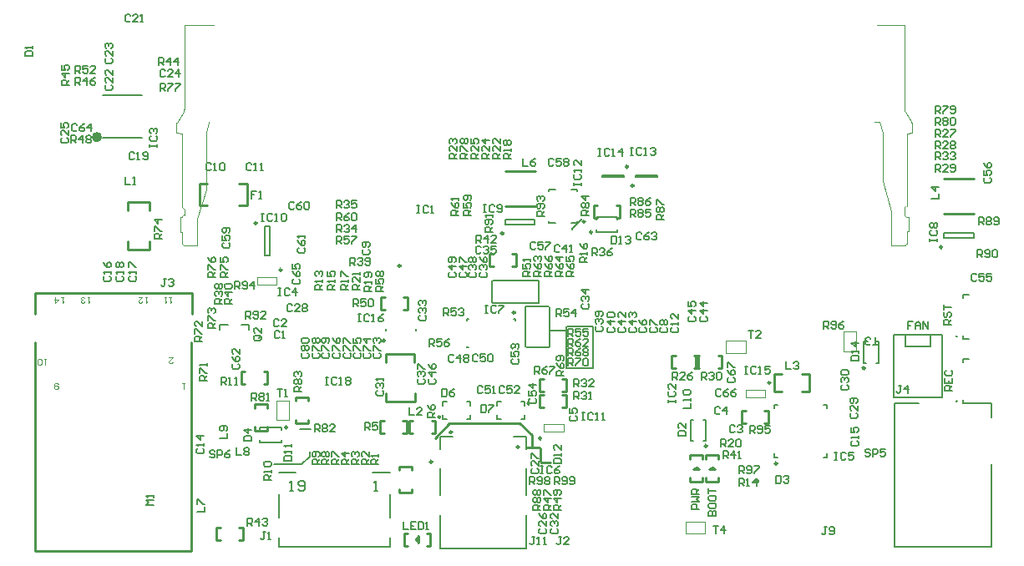
<source format=gto>
%FSLAX44Y44*%
%MOMM*%
G71*
G01*
G75*
%ADD10C,0.2500*%
%ADD11R,0.3000X0.3000*%
%ADD12R,0.4500X1.3800*%
%ADD13R,0.7620X0.7620*%
%ADD14R,0.6000X0.5500*%
%ADD15R,0.7620X0.7620*%
%ADD16R,0.6200X0.5700*%
%ADD17R,0.9500X0.9500*%
%ADD18R,0.9600X0.9700*%
%ADD19R,0.5500X1.5000*%
%ADD20R,0.9500X0.9500*%
%ADD21R,1.0000X0.6000*%
%ADD22R,0.5500X0.6000*%
%ADD23R,1.2000X3.0000*%
%ADD24R,0.6000X1.0000*%
%ADD25R,1.5500X1.5500*%
%ADD26O,0.6000X0.3000*%
%ADD27R,0.5000X0.4000*%
%ADD28R,0.5700X0.6200*%
%ADD29R,2.4000X1.5000*%
%ADD30R,0.5900X0.4500*%
%ADD31R,0.3500X0.8500*%
%ADD32R,0.2000X1.0000*%
%ADD33R,0.3000X1.2000*%
%ADD34R,3.2000X1.2000*%
%ADD35R,0.4500X0.2000*%
%ADD36R,0.5000X0.2000*%
%ADD37R,0.2000X0.4500*%
%ADD38R,0.2000X0.5000*%
%ADD39R,0.4500X0.5900*%
%ADD40R,0.3000X1.4500*%
%ADD41R,1.1000X1.4000*%
%ADD42R,0.2300X1.0000*%
%ADD43R,0.4000X0.5500*%
%ADD44R,0.3000X0.5500*%
%ADD45R,1.2500X1.7500*%
%ADD46R,0.9700X0.9600*%
%ADD47R,2.1000X2.1000*%
%ADD48R,0.2500X0.6000*%
%ADD49R,0.6000X0.2500*%
%ADD50O,0.5000X1.6000*%
%ADD51R,0.3000X0.3000*%
%ADD52R,1.0160X1.7000*%
%ADD53R,1.0160X1.7000*%
%ADD54R,1.0000X1.5000*%
%ADD55O,0.3000X0.8000*%
%ADD56O,0.8000X0.3000*%
G04:AMPARAMS|DCode=57|XSize=0.75mm|YSize=1.6mm|CornerRadius=0.075mm|HoleSize=0mm|Usage=FLASHONLY|Rotation=270.000|XOffset=0mm|YOffset=0mm|HoleType=Round|Shape=RoundedRectangle|*
%AMROUNDEDRECTD57*
21,1,0.7500,1.4500,0,0,270.0*
21,1,0.6000,1.6000,0,0,270.0*
1,1,0.1500,-0.7250,-0.3000*
1,1,0.1500,-0.7250,0.3000*
1,1,0.1500,0.7250,0.3000*
1,1,0.1500,0.7250,-0.3000*
%
%ADD57ROUNDEDRECTD57*%
G04:AMPARAMS|DCode=58|XSize=0.6mm|YSize=1.8mm|CornerRadius=0.06mm|HoleSize=0mm|Usage=FLASHONLY|Rotation=270.000|XOffset=0mm|YOffset=0mm|HoleType=Round|Shape=RoundedRectangle|*
%AMROUNDEDRECTD58*
21,1,0.6000,1.6800,0,0,270.0*
21,1,0.4800,1.8000,0,0,270.0*
1,1,0.1200,-0.8400,-0.2400*
1,1,0.1200,-0.8400,0.2400*
1,1,0.1200,0.8400,0.2400*
1,1,0.1200,0.8400,-0.2400*
%
%ADD58ROUNDEDRECTD58*%
G04:AMPARAMS|DCode=59|XSize=1.3mm|YSize=0.7mm|CornerRadius=0.07mm|HoleSize=0mm|Usage=FLASHONLY|Rotation=270.000|XOffset=0mm|YOffset=0mm|HoleType=Round|Shape=RoundedRectangle|*
%AMROUNDEDRECTD59*
21,1,1.3000,0.5600,0,0,270.0*
21,1,1.1600,0.7000,0,0,270.0*
1,1,0.1400,-0.2800,-0.5800*
1,1,0.1400,-0.2800,0.5800*
1,1,0.1400,0.2800,0.5800*
1,1,0.1400,0.2800,-0.5800*
%
%ADD59ROUNDEDRECTD59*%
%ADD60R,3.2000X3.2000*%
%ADD61R,0.7500X0.3000*%
%ADD62R,0.3000X0.7500*%
%ADD63R,1.0160X1.2700*%
%ADD64R,0.4000X0.9000*%
%ADD65R,0.4000X0.5000*%
%ADD66R,1.3900X1.4000*%
%ADD67R,3.3600X4.8600*%
%ADD68R,1.4000X1.1000*%
%ADD69R,0.8500X0.3560*%
%ADD70R,2.6000X3.0000*%
%ADD71R,0.3000X1.7500*%
%ADD72R,2.0000X3.5000*%
%ADD73R,3.4000X2.4000*%
%ADD74R,1.7000X1.0160*%
%ADD75R,1.7000X1.0160*%
%ADD76R,1.4000X2.1000*%
%ADD77R,2.3700X1.9000*%
%ADD78R,1.1750X1.9000*%
%ADD79C,0.2000*%
%ADD80C,0.3000*%
%ADD81C,0.1500*%
%ADD82C,0.4000*%
%ADD83C,0.1800*%
%ADD84C,0.2200*%
%ADD85C,0.3500*%
%ADD86R,2.1000X10.0000*%
%ADD87R,2.6000X6.8000*%
%ADD88R,4.4000X3.2000*%
%ADD89R,2.2000X13.7000*%
%ADD90O,1.0000X1.6000*%
%ADD91C,0.6500*%
%ADD92C,6.0000*%
%ADD93O,1.2000X1.7000*%
%ADD94O,1.2000X1.9000*%
%ADD95C,0.7500*%
%ADD96O,1.4000X2.8500*%
%ADD97O,1.2000X2.2500*%
%ADD98C,0.5000*%
%ADD99C,1.5000*%
%ADD100R,1.5000X1.5000*%
%ADD101O,4.5000X2.0000*%
%ADD102O,2.0000X4.0000*%
%ADD103O,4.0000X2.0000*%
%ADD104C,1.7000*%
%ADD105C,3.2500*%
%ADD106C,1.6500*%
%ADD107C,2.6000*%
%ADD108C,1.9000*%
%ADD109R,1.7000X1.7000*%
%ADD110C,0.6000*%
%ADD111C,1.0160*%
%ADD112R,3.4000X0.8000*%
%ADD113R,6.2000X1.5000*%
%ADD114O,1.6160X2.2160*%
%ADD115C,1.4160*%
%ADD116C,4.7160*%
%ADD117O,1.6160X2.1160*%
%ADD118O,1.6160X2.3160*%
%ADD119C,1.5660*%
%ADD120C,2.0160*%
%ADD121O,1.9160X3.3660*%
%ADD122O,1.7160X2.7560*%
%ADD123C,1.9160*%
%ADD124C,2.0360*%
%ADD125O,2.0160X4.0160*%
%ADD126O,4.0160X2.0160*%
%ADD127C,1.9060*%
%ADD128C,4.2660*%
%ADD129C,2.0360*%
%ADD130C,2.7160*%
%ADD131C,2.6160*%
%ADD132C,2.1160*%
%ADD133C,1.1660*%
%ADD134C,1.2660*%
%ADD135C,1.2160*%
%ADD136C,0.0000*%
%ADD137C,0.0051*%
%ADD138O,4.5160X2.0160*%
%ADD139R,1.2000X0.3000*%
%ADD140R,2.7000X3.0000*%
%ADD141R,3.0000X2.7000*%
%ADD142C,0.2540*%
%ADD143C,0.1000*%
%ADD144C,0.5500*%
%ADD145C,0.2286*%
%ADD146C,0.1270*%
%ADD147C,0.1778*%
%ADD148C,0.1524*%
%ADD149C,0.1200*%
D10*
X-756782Y329746D02*
G03*
X-756782Y329746I-1250J0D01*
G01*
X-506750Y319500D02*
G03*
X-506750Y319500I-1250J0D01*
G01*
X-579071Y87683D02*
G03*
X-579071Y87683I-1250J0D01*
G01*
X-731576Y282409D02*
G03*
X-731576Y282409I-1250J0D01*
G01*
X-490976Y102710D02*
G03*
X-490976Y102710I-1140J0D01*
G01*
X-558976Y117710D02*
G03*
X-558976Y117710I-1140J0D01*
G01*
X-495070Y239000D02*
G03*
X-495070Y239000I-1250J0D01*
G01*
X-626971Y210663D02*
G03*
X-626971Y210663I-1250J0D01*
G01*
X-468453Y111627D02*
G03*
X-468453Y111627I-1250J0D01*
G01*
X-424155Y331331D02*
G03*
X-424155Y331331I-1250J0D01*
G01*
X-236257Y167947D02*
G03*
X-236257Y167947I-1250J0D01*
G01*
X-229361Y85964D02*
G03*
X-229361Y85964I-1250J0D01*
G01*
X-374718Y367841D02*
G03*
X-374718Y367841I-1250J0D01*
G01*
X-380506Y387134D02*
G03*
X-380506Y387134I-1250J0D01*
G01*
X-62006Y305500D02*
G03*
X-62006Y305500I-1250J0D01*
G01*
X-576320Y112000D02*
X-561320Y127000D01*
X-554320D01*
X-557320D02*
X-490320D01*
X-478320Y115000D01*
Y102000D02*
Y115000D01*
X-468320Y87000D02*
X-459320D01*
X-469320Y88000D02*
X-468320Y87000D01*
X-469320Y88000D02*
Y101000D01*
X-470320Y102000D02*
X-469320Y101000D01*
X-483320Y102000D02*
X-470320D01*
D79*
X-772943Y226904D02*
X-764694D01*
Y221904D02*
Y226904D01*
X-794694D02*
X-786443D01*
X-794694Y221904D02*
Y226904D01*
X-744032Y296746D02*
Y326746D01*
X-749032Y296746D02*
Y326746D01*
Y296746D02*
X-744032D01*
X-749032Y326746D02*
X-744032D01*
X-505000Y333500D02*
X-475000D01*
X-505000Y328500D02*
X-475000D01*
Y333500D01*
X-505000Y328500D02*
Y333500D01*
X-570941Y113410D02*
X-558241D01*
X-570941Y33910D02*
X-570940Y-190D01*
X-570941Y53810D02*
Y81210D01*
Y101010D02*
Y113410D01*
Y-190D02*
X-483541D01*
Y101010D02*
Y113410D01*
Y53810D02*
Y81210D01*
X-483541Y-190D02*
X-483541Y33910D01*
X-496241Y113410D02*
X-483541D01*
X-543820Y231000D02*
Y232500D01*
X-542320D01*
X-543820Y203500D02*
Y205000D01*
Y203500D02*
X-542320D01*
X-496320D02*
X-494820D01*
Y205000D01*
Y231000D02*
Y232500D01*
X-496320D02*
X-494820D01*
X-639240Y77260D02*
X-622240D01*
X-734240Y1260D02*
X-622240D01*
X-734240Y77260D02*
X-717240D01*
X-734240Y1260D02*
Y10960D01*
Y31560D02*
Y54960D01*
X-622240Y31560D02*
Y54960D01*
Y1260D02*
Y10960D01*
X-568070Y148750D02*
X-564320D01*
X-568070Y145000D02*
Y148750D01*
X-540570Y131250D02*
Y135000D01*
X-544320Y131250D02*
X-540570D01*
X-544320Y148750D02*
X-540570D01*
Y145000D02*
Y148750D01*
X-568070Y131250D02*
X-564320D01*
X-568070D02*
Y135000D01*
X-489320Y131250D02*
X-485570D01*
Y135000D01*
X-513070Y145000D02*
Y148750D01*
X-509320D01*
X-513070Y131250D02*
X-509320D01*
X-513070D02*
Y135000D01*
X-489320Y148750D02*
X-485570D01*
Y145000D02*
Y148750D01*
X-595221Y220663D02*
Y222663D01*
X-626221Y220663D02*
Y222663D01*
X-438405Y363831D02*
X-431905D01*
Y362331D02*
Y363831D01*
X-460905D02*
X-454405D01*
X-460905Y362331D02*
Y363831D01*
Y329831D02*
Y331331D01*
Y329831D02*
X-454405D01*
X-438405D02*
X-431905D01*
Y331331D01*
X-41097Y146922D02*
Y150322D01*
Y146922D02*
X-35097D01*
X-41097Y191972D02*
X-35097D01*
X-41097Y188572D02*
Y191972D01*
Y212571D02*
Y215971D01*
Y212571D02*
X-35097D01*
X-41097Y257621D02*
X-35097D01*
X-41097Y254221D02*
Y257621D01*
X-179111Y92464D02*
Y95964D01*
X-182611Y92464D02*
X-179111D01*
Y141964D02*
Y145464D01*
X-182611D02*
X-179111D01*
X-232111D02*
X-228611D01*
X-232111Y141964D02*
Y145464D01*
Y92464D02*
Y95964D01*
Y92464D02*
X-228611D01*
X-372968Y378341D02*
X-350968D01*
X-372968Y376341D02*
X-350968D01*
Y378341D01*
X-372968Y376341D02*
Y378341D01*
X-406756Y376634D02*
X-384756D01*
X-406756Y378634D02*
X-384756D01*
X-406756Y376634D02*
Y378634D01*
X-384756Y376634D02*
Y378634D01*
X-111650Y217000D02*
X-62350D01*
X-111650Y153500D02*
X-62350D01*
Y217000D01*
X-111650Y153500D02*
Y217000D01*
X-99700Y205050D02*
Y217000D01*
Y205050D02*
X-74300D01*
Y217000D01*
X-110256Y146760D02*
X-86256D01*
X-12256Y132760D02*
Y146760D01*
Y1760D02*
Y85760D01*
X-36256Y146760D02*
X-12256D01*
X-110256Y1760D02*
Y146760D01*
Y1760D02*
X-12256D01*
X-60256Y314500D02*
Y319500D01*
X-30256Y314500D02*
Y319500D01*
X-60256Y314500D02*
X-30256D01*
X-60256Y319500D02*
X-30256D01*
X-428000Y333000D02*
Y334000D01*
X-437000Y324000D02*
X-428000Y333000D01*
X-437000Y323000D02*
Y324000D01*
D80*
X-611504Y286573D02*
G03*
X-611504Y286573I-900J0D01*
G01*
D81*
X-713320Y121000D02*
X-702320D01*
X-703320Y93000D02*
Y98000D01*
X-711320Y85000D02*
X-703320Y93000D01*
X-739320Y85000D02*
X-711320D01*
X-518320Y271000D02*
X-517320Y272000D01*
X-471320D01*
Y249000D02*
Y272000D01*
X-517320Y249000D02*
X-471320D01*
X-518320Y250000D02*
X-517320Y249000D01*
X-518320Y250000D02*
Y270000D01*
X-460320Y242000D02*
Y244000D01*
X-461320Y245000D02*
X-460320Y244000D01*
X-484320Y245000D02*
X-461320D01*
X-484320Y205000D02*
Y245000D01*
Y205000D02*
X-483320Y204000D01*
X-461320D01*
X-460320Y205000D01*
Y243000D01*
Y222000D02*
Y243000D01*
Y222000D02*
X-459320Y221000D01*
X-443320D01*
Y183000D02*
Y225000D01*
Y183000D02*
X-416320D01*
Y225000D01*
X-442320D02*
X-416320D01*
X-913000Y416500D02*
X-873000D01*
X-913000Y459500D02*
X-873000D01*
D142*
X-725930Y122620D02*
G03*
X-725930Y122620I-1270J0D01*
G01*
X-300430Y103880D02*
G03*
X-300430Y103880I-1270J0D01*
G01*
X-571070Y133000D02*
G03*
X-571070Y133000I-1000J0D01*
G01*
X-480570Y147000D02*
G03*
X-480570Y147000I-1000J0D01*
G01*
X-140350Y182880D02*
G03*
X-140350Y182880I-1270J0D01*
G01*
X-416737Y320685D02*
G03*
X-416737Y320685I-1270J0D01*
G01*
X-47504Y149102D02*
G03*
X-47504Y149102I-412J0D01*
G01*
Y214751D02*
G03*
X-47504Y214751I-412J0D01*
G01*
X-248700Y67940D02*
G03*
X-248700Y67940I-1796J0D01*
G01*
X-298205Y80081D02*
X-295205Y82081D01*
X-292205Y80081D01*
X-298205D02*
X-292205D01*
X-505240Y347220D02*
X-474760D01*
X-505240Y382780D02*
X-474760D01*
X-596820Y149000D02*
Y157000D01*
X-625820Y149000D02*
Y157000D01*
Y149000D02*
X-596820Y149000D01*
X-597070Y189000D02*
Y197000D01*
X-625820Y197000D02*
X-597070Y197000D01*
X-625820Y189000D02*
Y197000D01*
X-595290Y9118D02*
X-593290Y6118D01*
X-595290Y9118D02*
X-593290Y12118D01*
Y6118D02*
Y12118D01*
X-314177Y80079D02*
X-308177D01*
X-311177Y82079D02*
X-308177Y80079D01*
X-314177D02*
X-311177Y82079D01*
X-775000Y370000D02*
X-767000D01*
X-767000Y348000D01*
X-775000D02*
X-767000D01*
X-815000Y370000D02*
X-815000Y348000D01*
X-815000Y370000D02*
X-807000D01*
X-815000Y348000D02*
X-807000D01*
X-981506Y-3000D02*
X-823006D01*
X-981656Y258800D02*
X-822856D01*
Y237800D02*
Y258800D01*
X-823006Y-3000D02*
Y208600D01*
X-981506Y-3000D02*
Y208600D01*
X-981656Y237800D02*
Y258800D01*
X-866000Y303000D02*
Y311000D01*
X-888000Y303000D02*
Y311000D01*
Y303000D02*
X-866000Y303000D01*
X-866000Y343000D02*
Y351000D01*
X-888000Y351000D02*
X-866000Y351000D01*
X-888000Y343000D02*
Y351000D01*
X-60496Y374780D02*
X-30016D01*
X-60496Y339220D02*
X-30016D01*
D143*
X-99539Y307129D02*
G03*
X-97539Y309129I0J2000D01*
G01*
X-100039Y337667D02*
G03*
X-98539Y336167I1500J0D01*
G01*
Y347000D02*
G03*
X-100039Y345500I0J-1500D01*
G01*
X-92320Y429130D02*
G03*
X-93018Y431679I-5000J-0D01*
G01*
X-92320Y429130D02*
G03*
X-93018Y431679I-5000J-0D01*
G01*
X-100320Y445370D02*
G03*
X-99621Y442821I5000J0D01*
G01*
X-100320Y445370D02*
G03*
X-99621Y442821I5000J0D01*
G01*
X-831019D02*
G03*
X-830320Y445370I-4302J2549D01*
G01*
X-837622Y431679D02*
G03*
X-838320Y429130I4302J-2549D01*
G01*
X-831019Y442821D02*
G03*
X-830320Y445370I-4302J2549D01*
G01*
X-837622Y431679D02*
G03*
X-838320Y429130I4302J-2549D01*
G01*
X-823222Y306946D02*
G03*
X-823620Y307000I-398J-1446D01*
G01*
X-830320Y344000D02*
G03*
X-832320Y346000I-2000J0D01*
G01*
Y336000D02*
G03*
X-830320Y338000I-0J2000D01*
G01*
X-832820Y309000D02*
G03*
X-830820Y307000I2000J0D01*
G01*
X-736570Y130000D02*
Y150000D01*
X-724070Y130000D02*
Y150000D01*
X-736570D02*
X-724070D01*
X-736570Y130000D02*
X-724070D01*
X-756826Y267677D02*
X-736826D01*
X-756826Y275297D02*
X-736826D01*
X-756826Y267677D02*
Y275297D01*
X-736826Y267677D02*
Y275297D01*
X-465703Y118739D02*
Y126359D01*
X-445703Y118739D02*
Y126359D01*
X-465703Y118739D02*
X-445703D01*
X-465703Y126359D02*
X-445703D01*
X-241507Y153215D02*
Y160835D01*
X-261507Y153215D02*
Y160835D01*
X-241507D01*
X-261507Y153215D02*
X-241507D01*
X-322256Y14750D02*
Y27250D01*
X-302256Y14750D02*
Y27250D01*
X-322256Y14750D02*
X-302256D01*
X-322256Y27250D02*
X-302256D01*
X-281256Y197750D02*
X-261256D01*
X-281256Y210250D02*
X-261256D01*
X-281256Y197750D02*
Y210250D01*
X-261256Y197750D02*
Y210250D01*
X-130820Y432500D02*
X-125820D01*
X-122320Y421500D01*
Y372660D02*
Y421500D01*
Y372660D02*
X-113605Y342281D01*
Y307097D02*
Y342281D01*
X-108605Y307097D02*
Y307129D01*
X-113605Y307097D02*
X-108605D01*
X-127820Y531000D02*
X-100320D01*
X-127820D02*
X-100320D01*
Y445370D02*
Y531000D01*
Y445370D02*
Y531000D01*
X-100039Y337667D02*
Y345500D01*
X-108605Y307129D02*
X-99539D01*
X-97780Y347000D02*
Y421000D01*
X-97539Y309129D02*
Y321279D01*
X-98539Y336167D02*
X-96050D01*
Y321279D02*
Y336167D01*
X-97539Y321279D02*
X-96050D01*
X-99621Y442821D02*
X-93018Y431679D01*
X-99621Y442821D02*
X-93018Y431679D01*
X-92320Y421500D02*
Y429130D01*
Y421500D02*
Y429130D01*
X-97780Y421000D02*
X-92320Y421500D01*
X-830320Y531000D02*
X-800320D01*
X-830320Y445370D02*
Y531000D01*
X-837622Y431679D02*
X-831019Y442821D01*
X-838320Y421500D02*
Y429130D01*
X-808320Y364182D02*
Y421500D01*
X-830320Y531000D02*
X-800320D01*
X-830320Y445370D02*
Y531000D01*
X-837622Y431679D02*
X-831019Y442821D01*
X-838320Y421500D02*
Y429130D01*
X-830820Y307000D02*
X-823620D01*
X-823222Y306946D02*
X-817120D01*
Y334182D01*
X-808320Y364182D01*
Y421500D01*
X-832772Y346000D02*
Y421000D01*
Y346000D02*
X-832320D01*
X-830320Y338000D02*
Y344000D01*
X-834680Y336000D02*
X-832320D01*
X-834680Y321000D02*
Y336000D01*
Y321000D02*
X-832820D01*
Y309000D02*
Y321000D01*
X-838320Y421500D02*
X-832772Y421000D01*
X-808320Y421500D02*
X-805820Y432500D01*
X-149750Y200000D02*
Y220000D01*
X-162250Y200000D02*
Y220000D01*
Y200000D02*
X-149750D01*
X-162250Y220000D02*
X-149750D01*
D144*
X-916300Y417000D02*
G03*
X-916300Y417000I-2700J0D01*
G01*
D145*
X-288855Y67731D02*
Y71541D01*
X-301555Y67731D02*
X-288855D01*
X-301555D02*
Y71541D01*
X-288855Y90591D02*
Y94401D01*
X-301555D02*
X-288855D01*
X-301555Y90591D02*
Y94401D01*
X-770985Y8650D02*
Y21350D01*
X-774795Y8650D02*
X-770985D01*
X-774795Y21350D02*
X-770985D01*
X-797655Y8650D02*
Y21350D01*
X-797655Y8650D02*
X-793845D01*
X-797655Y21350D02*
X-793845D01*
X-745985Y166650D02*
Y179350D01*
X-749795Y166650D02*
X-745985D01*
X-749795Y179350D02*
X-745985D01*
X-772655Y166650D02*
Y179350D01*
X-772655Y166650D02*
X-768845D01*
X-772655Y179350D02*
X-768845D01*
X-584750Y15468D02*
X-580940D01*
Y2768D02*
Y15468D01*
X-584750Y2768D02*
X-580940D01*
X-607610Y15468D02*
X-603800D01*
X-607610Y2768D02*
Y15468D01*
Y2768D02*
X-603800D01*
X-631643Y129012D02*
X-627833D01*
X-631643Y116312D02*
X-627833D01*
X-631643D02*
Y129012D01*
X-608783D02*
X-604973D01*
X-608783Y116312D02*
X-604973D01*
Y129012D01*
X-631055Y242150D02*
Y254850D01*
X-627245D01*
X-631055Y242150D02*
X-627245D01*
X-604385D02*
Y254850D01*
X-608195D02*
X-604385D01*
X-608195Y242150D02*
X-604385D01*
X-447280Y142572D02*
X-443470D01*
X-447280Y155272D02*
X-443470D01*
X-443470Y142572D02*
Y155272D01*
X-470140Y142572D02*
X-466330D01*
X-470140Y155272D02*
X-466330D01*
X-470140Y142572D02*
Y155272D01*
X-447280Y158884D02*
X-443470D01*
X-447280Y171584D02*
X-443470D01*
X-443470Y158884D02*
Y171584D01*
X-470140Y158884D02*
X-466330D01*
X-470140Y171584D02*
X-466330D01*
X-470140Y158884D02*
Y171584D01*
X-313341Y183135D02*
X-309531D01*
X-313341Y195835D02*
X-309531D01*
X-309531Y183135D02*
Y195835D01*
X-336201Y183135D02*
X-332391D01*
X-336201Y195835D02*
X-332391D01*
X-336201Y183135D02*
Y195835D01*
X-602779Y128968D02*
X-598969D01*
X-602779Y116268D02*
X-598969D01*
X-602779D02*
Y128968D01*
X-579919D02*
X-576109D01*
X-579919Y116268D02*
X-576109D01*
Y128968D01*
X-520655Y285650D02*
Y298350D01*
X-516845D01*
X-520655Y285650D02*
X-516845D01*
X-493985D02*
Y298350D01*
X-497795D02*
X-493985D01*
X-497795Y285650D02*
X-493985D01*
X-312201Y195835D02*
X-308391D01*
X-312201Y183135D02*
X-308391D01*
X-312201D02*
Y195835D01*
X-289341D02*
X-285531D01*
X-289341Y183135D02*
X-285531D01*
Y195835D01*
X-317527Y90589D02*
Y94399D01*
X-304827D01*
Y90589D02*
Y94399D01*
X-317527Y67729D02*
Y71539D01*
Y67729D02*
X-304827D01*
Y71539D01*
X-758671Y146141D02*
X-745972D01*
Y142331D02*
Y146141D01*
X-758671Y142331D02*
Y146141D01*
Y119471D02*
X-745972D01*
Y119471D02*
Y123281D01*
X-758671Y119471D02*
Y123281D01*
X-717268Y153103D02*
X-704568D01*
Y149293D02*
Y153103D01*
X-717268Y149293D02*
Y153103D01*
Y126433D02*
X-704568D01*
Y126433D02*
Y130243D01*
X-717268Y126433D02*
Y130243D01*
X-415288Y335297D02*
Y347997D01*
X-411478D01*
X-415288Y335297D02*
X-411478D01*
X-388618D02*
Y347997D01*
X-392428D02*
X-388618D01*
X-392428Y335297D02*
X-388618D01*
X-612296Y83030D02*
X-599596D01*
Y79220D02*
Y83030D01*
X-612296Y79220D02*
Y83030D01*
Y56360D02*
X-599596D01*
Y56360D02*
Y60170D01*
X-612296Y56360D02*
Y60170D01*
X-238714Y127165D02*
Y139865D01*
X-242524Y127165D02*
X-238714D01*
X-242524Y139865D02*
X-238714D01*
X-265384Y127165D02*
Y139865D01*
X-265384Y127165D02*
X-261574D01*
X-265384Y139865D02*
X-261574D01*
X-232102Y159062D02*
X-224482D01*
X-232102Y176842D02*
X-232102Y159062D01*
X-232102Y176842D02*
X-224482D01*
X-204162Y159062D02*
X-196542D01*
Y176842D01*
X-204162D02*
X-196542D01*
D146*
X-732280Y120080D02*
Y122620D01*
X-753870D02*
X-732280D01*
X-753870Y120080D02*
Y122620D01*
Y107380D02*
Y109920D01*
Y107380D02*
X-732280D01*
Y109920D01*
X-304240Y108960D02*
X-301700D01*
Y130550D01*
X-304240D02*
X-301700D01*
X-316940D02*
X-314400D01*
X-316940Y108960D02*
Y130550D01*
Y108960D02*
X-314400D01*
X-141620Y187960D02*
X-139080D01*
X-141620D02*
Y209550D01*
X-139080D01*
X-128920D02*
X-126380D01*
Y187960D02*
Y209550D01*
X-128920Y187960D02*
X-126380D01*
X-412927Y333385D02*
Y335925D01*
X-391337D01*
Y333385D02*
Y335925D01*
Y320685D02*
Y323225D01*
X-412927Y320685D02*
X-391337D01*
X-412927D02*
Y323225D01*
D147*
X-298874Y33000D02*
X-291256D01*
Y36809D01*
X-292526Y38078D01*
X-293795D01*
X-295065Y36809D01*
Y33000D01*
Y36809D01*
X-296334Y38078D01*
X-297604D01*
X-298874Y36809D01*
Y33000D01*
Y44426D02*
Y41887D01*
X-297604Y40617D01*
X-292526D01*
X-291256Y41887D01*
Y44426D01*
X-292526Y45696D01*
X-297604D01*
X-298874Y44426D01*
Y52044D02*
Y49505D01*
X-297604Y48235D01*
X-292526D01*
X-291256Y49505D01*
Y52044D01*
X-292526Y53313D01*
X-297604D01*
X-298874Y52044D01*
Y55853D02*
Y60931D01*
Y58392D01*
X-291256D01*
X-848922Y273617D02*
X-851461D01*
X-850191D01*
Y267270D01*
X-851461Y266000D01*
X-852730D01*
X-854000Y267270D01*
X-846383Y272348D02*
X-845113Y273617D01*
X-842574D01*
X-841304Y272348D01*
Y271078D01*
X-842574Y269809D01*
X-843843D01*
X-842574D01*
X-841304Y268539D01*
Y267270D01*
X-842574Y266000D01*
X-845113D01*
X-846383Y267270D01*
X-127000Y206259D02*
X-132078D01*
X-129539D01*
Y213876D01*
X-134618Y207528D02*
X-135887Y206259D01*
X-138426D01*
X-139696Y207528D01*
Y208798D01*
X-138426Y210067D01*
X-137157D01*
X-138426D01*
X-139696Y211337D01*
Y212606D01*
X-138426Y213876D01*
X-135887D01*
X-134618Y212606D01*
X-182000Y222667D02*
Y230284D01*
X-178191D01*
X-176922Y229015D01*
Y226476D01*
X-178191Y225206D01*
X-182000D01*
X-179461D02*
X-176922Y222667D01*
X-174382Y223937D02*
X-173113Y222667D01*
X-170574D01*
X-169304Y223937D01*
Y229015D01*
X-170574Y230284D01*
X-173113D01*
X-174382Y229015D01*
Y227745D01*
X-173113Y226476D01*
X-169304D01*
X-161687Y230284D02*
X-164226Y229015D01*
X-166765Y226476D01*
Y223937D01*
X-165495Y222667D01*
X-162956D01*
X-161687Y223937D01*
Y225206D01*
X-162956Y226476D01*
X-166765D01*
X-179178Y21618D02*
X-181717D01*
X-180447D01*
Y15270D01*
X-181717Y14000D01*
X-182986D01*
X-184256Y15270D01*
X-176639D02*
X-175369Y14000D01*
X-172830D01*
X-171560Y15270D01*
Y20348D01*
X-172830Y21618D01*
X-175369D01*
X-176639Y20348D01*
Y19078D01*
X-175369Y17809D01*
X-171560D01*
X-991618Y499000D02*
X-984000D01*
Y502809D01*
X-985270Y504078D01*
X-990348D01*
X-991618Y502809D01*
Y499000D01*
X-984000Y506618D02*
Y509157D01*
Y507887D01*
X-991618D01*
X-990348Y506618D01*
X-855000Y464000D02*
Y471618D01*
X-851191D01*
X-849922Y470348D01*
Y467809D01*
X-851191Y466539D01*
X-855000D01*
X-852461D02*
X-849922Y464000D01*
X-847383Y471618D02*
X-842304D01*
Y470348D01*
X-847383Y465270D01*
Y464000D01*
X-839765Y471618D02*
X-834687D01*
Y470348D01*
X-839765Y465270D01*
Y464000D01*
X-853000Y314000D02*
X-860618D01*
Y317809D01*
X-859348Y319078D01*
X-856809D01*
X-855539Y317809D01*
Y314000D01*
Y316539D02*
X-853000Y319078D01*
X-860618Y321618D02*
Y326696D01*
X-859348D01*
X-854270Y321618D01*
X-853000D01*
Y333044D02*
X-860618D01*
X-856809Y329235D01*
Y334313D01*
X-941000Y482000D02*
Y489618D01*
X-937191D01*
X-935922Y488348D01*
Y485809D01*
X-937191Y484539D01*
X-941000D01*
X-938461D02*
X-935922Y482000D01*
X-928304Y489618D02*
X-933382D01*
Y485809D01*
X-930843Y487078D01*
X-929574D01*
X-928304Y485809D01*
Y483270D01*
X-929574Y482000D01*
X-932113D01*
X-933382Y483270D01*
X-920687Y482000D02*
X-925765D01*
X-920687Y487078D01*
Y488348D01*
X-921956Y489618D01*
X-924495D01*
X-925765Y488348D01*
X-945000Y411000D02*
Y418618D01*
X-941191D01*
X-939922Y417348D01*
Y414809D01*
X-941191Y413539D01*
X-945000D01*
X-942461D02*
X-939922Y411000D01*
X-933574D02*
Y418618D01*
X-937383Y414809D01*
X-932304D01*
X-929765Y417348D02*
X-928495Y418618D01*
X-925956D01*
X-924687Y417348D01*
Y416078D01*
X-925956Y414809D01*
X-924687Y413539D01*
Y412270D01*
X-925956Y411000D01*
X-928495D01*
X-929765Y412270D01*
Y413539D01*
X-928495Y414809D01*
X-929765Y416078D01*
Y417348D01*
X-928495Y414809D02*
X-925956D01*
X-941000Y470000D02*
Y477617D01*
X-937191D01*
X-935922Y476348D01*
Y473809D01*
X-937191Y472539D01*
X-941000D01*
X-938461D02*
X-935922Y470000D01*
X-929574D02*
Y477617D01*
X-933382Y473809D01*
X-928304D01*
X-920687Y477617D02*
X-923226Y476348D01*
X-925765Y473809D01*
Y471270D01*
X-924495Y470000D01*
X-921956D01*
X-920687Y471270D01*
Y472539D01*
X-921956Y473809D01*
X-925765D01*
X-947000Y470000D02*
X-954617D01*
Y473809D01*
X-953348Y475078D01*
X-950809D01*
X-949539Y473809D01*
Y470000D01*
Y472539D02*
X-947000Y475078D01*
Y481426D02*
X-954617D01*
X-950809Y477617D01*
Y482696D01*
X-954617Y490313D02*
Y485235D01*
X-950809D01*
X-952078Y487774D01*
Y489044D01*
X-950809Y490313D01*
X-948270D01*
X-947000Y489044D01*
Y486505D01*
X-948270Y485235D01*
X-856000Y490000D02*
Y497617D01*
X-852191D01*
X-850922Y496348D01*
Y493809D01*
X-852191Y492539D01*
X-856000D01*
X-853461D02*
X-850922Y490000D01*
X-844574D02*
Y497617D01*
X-848382Y493809D01*
X-843304D01*
X-836956Y490000D02*
Y497617D01*
X-840765Y493809D01*
X-835687D01*
X-782000Y248000D02*
X-789617D01*
Y251809D01*
X-788348Y253078D01*
X-785809D01*
X-784539Y251809D01*
Y248000D01*
Y250539D02*
X-782000Y253078D01*
Y259426D02*
X-789617D01*
X-785809Y255618D01*
Y260696D01*
X-788348Y263235D02*
X-789617Y264505D01*
Y267044D01*
X-788348Y268313D01*
X-783270D01*
X-782000Y267044D01*
Y264505D01*
X-783270Y263235D01*
X-788348D01*
X-792000Y248000D02*
X-799617D01*
Y251809D01*
X-798348Y253078D01*
X-795809D01*
X-794539Y251809D01*
Y248000D01*
Y250539D02*
X-792000Y253078D01*
X-798348Y255618D02*
X-799617Y256887D01*
Y259426D01*
X-798348Y260696D01*
X-797078D01*
X-795809Y259426D01*
Y258157D01*
Y259426D01*
X-794539Y260696D01*
X-793270D01*
X-792000Y259426D01*
Y256887D01*
X-793270Y255618D01*
X-798348Y263235D02*
X-799617Y264505D01*
Y267044D01*
X-798348Y268313D01*
X-797078D01*
X-795809Y267044D01*
X-794539Y268313D01*
X-793270D01*
X-792000Y267044D01*
Y264505D01*
X-793270Y263235D01*
X-794539D01*
X-795809Y264505D01*
X-797078Y263235D01*
X-798348D01*
X-795809Y264505D02*
Y267044D01*
X-890000Y376618D02*
Y369000D01*
X-884922D01*
X-882383D02*
X-879843D01*
X-881113D01*
Y376618D01*
X-882383Y375348D01*
X-865618Y407000D02*
Y409539D01*
Y408270D01*
X-858000D01*
Y407000D01*
Y409539D01*
X-864348Y418426D02*
X-865618Y417157D01*
Y414618D01*
X-864348Y413348D01*
X-859270D01*
X-858000Y414618D01*
Y417157D01*
X-859270Y418426D01*
X-864348Y420965D02*
X-865618Y422235D01*
Y424774D01*
X-864348Y426044D01*
X-863078D01*
X-861809Y424774D01*
Y423505D01*
Y424774D01*
X-860539Y426044D01*
X-859270D01*
X-858000Y424774D01*
Y422235D01*
X-859270Y420965D01*
X-938922Y429348D02*
X-940191Y430617D01*
X-942730D01*
X-944000Y429348D01*
Y424270D01*
X-942730Y423000D01*
X-940191D01*
X-938922Y424270D01*
X-931304Y430617D02*
X-933843Y429348D01*
X-936383Y426809D01*
Y424270D01*
X-935113Y423000D01*
X-932574D01*
X-931304Y424270D01*
Y425539D01*
X-932574Y426809D01*
X-936383D01*
X-924956Y423000D02*
Y430617D01*
X-928765Y426809D01*
X-923687D01*
X-954348Y416078D02*
X-955618Y414809D01*
Y412270D01*
X-954348Y411000D01*
X-949270D01*
X-948000Y412270D01*
Y414809D01*
X-949270Y416078D01*
X-948000Y423696D02*
Y418618D01*
X-953078Y423696D01*
X-954348D01*
X-955618Y422426D01*
Y419887D01*
X-954348Y418618D01*
X-955618Y431313D02*
Y426235D01*
X-951809D01*
X-953078Y428774D01*
Y430044D01*
X-951809Y431313D01*
X-949270D01*
X-948000Y430044D01*
Y427505D01*
X-949270Y426235D01*
X-849922Y484348D02*
X-851191Y485617D01*
X-853730D01*
X-855000Y484348D01*
Y479270D01*
X-853730Y478000D01*
X-851191D01*
X-849922Y479270D01*
X-842304Y478000D02*
X-847383D01*
X-842304Y483078D01*
Y484348D01*
X-843574Y485617D01*
X-846113D01*
X-847383Y484348D01*
X-835956Y478000D02*
Y485617D01*
X-839765Y481809D01*
X-834687D01*
X-909348Y497078D02*
X-910618Y495809D01*
Y493270D01*
X-909348Y492000D01*
X-904270D01*
X-903000Y493270D01*
Y495809D01*
X-904270Y497078D01*
X-903000Y504696D02*
Y499618D01*
X-908078Y504696D01*
X-909348D01*
X-910618Y503426D01*
Y500887D01*
X-909348Y499618D01*
Y507235D02*
X-910618Y508505D01*
Y511044D01*
X-909348Y512313D01*
X-908078D01*
X-906809Y511044D01*
Y509774D01*
Y511044D01*
X-905539Y512313D01*
X-904270D01*
X-903000Y511044D01*
Y508505D01*
X-904270Y507235D01*
X-909348Y470078D02*
X-910618Y468809D01*
Y466270D01*
X-909348Y465000D01*
X-904270D01*
X-903000Y466270D01*
Y468809D01*
X-904270Y470078D01*
X-903000Y477696D02*
Y472617D01*
X-908078Y477696D01*
X-909348D01*
X-910618Y476426D01*
Y473887D01*
X-909348Y472617D01*
X-903000Y485313D02*
Y480235D01*
X-908078Y485313D01*
X-909348D01*
X-910618Y484044D01*
Y481505D01*
X-909348Y480235D01*
X-884922Y540348D02*
X-886191Y541618D01*
X-888730D01*
X-890000Y540348D01*
Y535270D01*
X-888730Y534000D01*
X-886191D01*
X-884922Y535270D01*
X-877304Y534000D02*
X-882383D01*
X-877304Y539078D01*
Y540348D01*
X-878574Y541618D01*
X-881113D01*
X-882383Y540348D01*
X-874765Y534000D02*
X-872226D01*
X-873495D01*
Y541618D01*
X-874765Y540348D01*
X-880922Y400348D02*
X-882191Y401618D01*
X-884730D01*
X-886000Y400348D01*
Y395270D01*
X-884730Y394000D01*
X-882191D01*
X-880922Y395270D01*
X-878382Y394000D02*
X-875843D01*
X-877113D01*
Y401618D01*
X-878382Y400348D01*
X-872035Y395270D02*
X-870765Y394000D01*
X-868226D01*
X-866956Y395270D01*
Y400348D01*
X-868226Y401618D01*
X-870765D01*
X-872035Y400348D01*
Y399078D01*
X-870765Y397809D01*
X-866956D01*
X-898348Y276078D02*
X-899617Y274809D01*
Y272270D01*
X-898348Y271000D01*
X-893270D01*
X-892000Y272270D01*
Y274809D01*
X-893270Y276078D01*
X-892000Y278617D02*
Y281157D01*
Y279887D01*
X-899617D01*
X-898348Y278617D01*
Y284965D02*
X-899617Y286235D01*
Y288774D01*
X-898348Y290044D01*
X-897078D01*
X-895809Y288774D01*
X-894539Y290044D01*
X-893270D01*
X-892000Y288774D01*
Y286235D01*
X-893270Y284965D01*
X-894539D01*
X-895809Y286235D01*
X-897078Y284965D01*
X-898348D01*
X-895809Y286235D02*
Y288774D01*
X-885348Y276078D02*
X-886618Y274809D01*
Y272270D01*
X-885348Y271000D01*
X-880270D01*
X-879000Y272270D01*
Y274809D01*
X-880270Y276078D01*
X-879000Y278617D02*
Y281157D01*
Y279887D01*
X-886618D01*
X-885348Y278617D01*
X-886618Y284965D02*
Y290044D01*
X-885348D01*
X-880270Y284965D01*
X-879000D01*
X-911348Y276078D02*
X-912617Y274809D01*
Y272270D01*
X-911348Y271000D01*
X-906270D01*
X-905000Y272270D01*
Y274809D01*
X-906270Y276078D01*
X-905000Y278617D02*
Y281157D01*
Y279887D01*
X-912617D01*
X-911348Y278617D01*
X-912617Y290044D02*
X-911348Y287505D01*
X-908809Y284965D01*
X-906270D01*
X-905000Y286235D01*
Y288774D01*
X-906270Y290044D01*
X-907539D01*
X-908809Y288774D01*
Y284965D01*
X-74873Y311000D02*
Y313539D01*
Y312270D01*
X-67256D01*
Y311000D01*
Y313539D01*
X-73604Y322426D02*
X-74873Y321157D01*
Y318617D01*
X-73604Y317348D01*
X-68526D01*
X-67256Y318617D01*
Y321157D01*
X-68526Y322426D01*
X-73604Y324966D02*
X-74873Y326235D01*
Y328774D01*
X-73604Y330044D01*
X-72334D01*
X-71065Y328774D01*
X-69795Y330044D01*
X-68526D01*
X-67256Y328774D01*
Y326235D01*
X-68526Y324966D01*
X-69795D01*
X-71065Y326235D01*
X-72334Y324966D01*
X-73604D01*
X-71065Y326235D02*
Y328774D01*
X-230256Y73618D02*
Y66000D01*
X-226447D01*
X-225178Y67270D01*
Y72348D01*
X-226447Y73618D01*
X-230256D01*
X-222638Y72348D02*
X-221369Y73618D01*
X-218830D01*
X-217560Y72348D01*
Y71078D01*
X-218830Y69809D01*
X-220099D01*
X-218830D01*
X-217560Y68539D01*
Y67270D01*
X-218830Y66000D01*
X-221369D01*
X-222638Y67270D01*
X-18604Y376078D02*
X-19873Y374809D01*
Y372270D01*
X-18604Y371000D01*
X-13526D01*
X-12256Y372270D01*
Y374809D01*
X-13526Y376078D01*
X-19873Y383696D02*
Y378618D01*
X-16065D01*
X-17334Y381157D01*
Y382426D01*
X-16065Y383696D01*
X-13526D01*
X-12256Y382426D01*
Y379887D01*
X-13526Y378618D01*
X-19873Y391313D02*
X-18604Y388774D01*
X-16065Y386235D01*
X-13526D01*
X-12256Y387505D01*
Y390044D01*
X-13526Y391313D01*
X-14795D01*
X-16065Y390044D01*
Y386235D01*
X-27178Y277348D02*
X-28447Y278617D01*
X-30986D01*
X-32256Y277348D01*
Y272270D01*
X-30986Y271000D01*
X-28447D01*
X-27178Y272270D01*
X-19560Y278617D02*
X-24639D01*
Y274809D01*
X-22099Y276078D01*
X-20830D01*
X-19560Y274809D01*
Y272270D01*
X-20830Y271000D01*
X-23369D01*
X-24639Y272270D01*
X-11943Y278617D02*
X-17021D01*
Y274809D01*
X-14482Y276078D01*
X-13212D01*
X-11943Y274809D01*
Y272270D01*
X-13212Y271000D01*
X-15751D01*
X-17021Y272270D01*
X-91922Y229857D02*
X-97000D01*
Y226049D01*
X-94461D01*
X-97000D01*
Y222240D01*
X-89382D02*
Y227318D01*
X-86843Y229857D01*
X-84304Y227318D01*
Y222240D01*
Y226049D01*
X-89382D01*
X-81765Y222240D02*
Y229857D01*
X-76687Y222240D01*
Y229857D01*
X-861187Y44109D02*
X-868805D01*
X-866265Y46648D01*
X-868805Y49187D01*
X-861187D01*
Y51726D02*
Y54266D01*
Y52996D01*
X-868805D01*
X-867535Y51726D01*
X-103549Y164953D02*
X-106088D01*
X-104818D01*
Y158605D01*
X-106088Y157335D01*
X-107357D01*
X-108627Y158605D01*
X-97201Y157335D02*
Y164953D01*
X-101009Y161144D01*
X-95931D01*
X-766320Y23000D02*
Y30617D01*
X-762511D01*
X-761242Y29348D01*
Y26809D01*
X-762511Y25539D01*
X-766320D01*
X-763781D02*
X-761242Y23000D01*
X-754894D02*
Y30617D01*
X-758703Y26809D01*
X-753624D01*
X-751085Y29348D02*
X-749815Y30617D01*
X-747276D01*
X-746007Y29348D01*
Y28078D01*
X-747276Y26809D01*
X-748546D01*
X-747276D01*
X-746007Y25539D01*
Y24270D01*
X-747276Y23000D01*
X-749815D01*
X-751085Y24270D01*
X-286178Y160348D02*
X-287447Y161618D01*
X-289986D01*
X-291256Y160348D01*
Y155270D01*
X-289986Y154000D01*
X-287447D01*
X-286178Y155270D01*
X-278560Y161618D02*
X-281099Y160348D01*
X-283638Y157809D01*
Y155270D01*
X-282369Y154000D01*
X-279830D01*
X-278560Y155270D01*
Y156539D01*
X-279830Y157809D01*
X-283638D01*
X-270943Y161618D02*
X-273482Y160348D01*
X-276021Y157809D01*
Y155270D01*
X-274751Y154000D01*
X-272212D01*
X-270943Y155270D01*
Y156539D01*
X-272212Y157809D01*
X-276021D01*
X-53000Y227000D02*
X-60617D01*
Y230809D01*
X-59348Y232078D01*
X-56809D01*
X-55539Y230809D01*
Y227000D01*
Y229539D02*
X-53000Y232078D01*
X-59348Y239696D02*
X-60617Y238426D01*
Y235887D01*
X-59348Y234618D01*
X-58078D01*
X-56809Y235887D01*
Y238426D01*
X-55539Y239696D01*
X-54270D01*
X-53000Y238426D01*
Y235887D01*
X-54270Y234618D01*
X-60617Y242235D02*
Y247313D01*
Y244774D01*
X-53000D01*
X-52000Y160000D02*
X-59618D01*
Y163809D01*
X-58348Y165078D01*
X-55809D01*
X-54539Y163809D01*
Y160000D01*
Y162539D02*
X-52000Y165078D01*
X-59618Y172696D02*
Y167617D01*
X-52000D01*
Y172696D01*
X-55809Y167617D02*
Y170157D01*
X-58348Y180313D02*
X-59618Y179044D01*
Y176505D01*
X-58348Y175235D01*
X-53270D01*
X-52000Y176505D01*
Y179044D01*
X-53270Y180313D01*
X-257256Y117000D02*
Y124618D01*
X-253447D01*
X-252178Y123348D01*
Y120809D01*
X-253447Y119539D01*
X-257256D01*
X-254717D02*
X-252178Y117000D01*
X-249638Y118270D02*
X-248369Y117000D01*
X-245830D01*
X-244560Y118270D01*
Y123348D01*
X-245830Y124618D01*
X-248369D01*
X-249638Y123348D01*
Y122078D01*
X-248369Y120809D01*
X-244560D01*
X-236943Y124618D02*
X-242021D01*
Y120809D01*
X-239482Y122078D01*
X-238212D01*
X-236943Y120809D01*
Y118270D01*
X-238212Y117000D01*
X-240751D01*
X-242021Y118270D01*
X-779000Y263000D02*
Y270618D01*
X-775191D01*
X-773922Y269348D01*
Y266809D01*
X-775191Y265539D01*
X-779000D01*
X-776461D02*
X-773922Y263000D01*
X-771383Y264270D02*
X-770113Y263000D01*
X-767574D01*
X-766304Y264270D01*
Y269348D01*
X-767574Y270618D01*
X-770113D01*
X-771383Y269348D01*
Y268078D01*
X-770113Y266809D01*
X-766304D01*
X-759956Y263000D02*
Y270618D01*
X-763765Y266809D01*
X-758687D01*
X-465203Y336831D02*
X-472820D01*
Y340640D01*
X-471551Y341909D01*
X-469012D01*
X-467742Y340640D01*
Y336831D01*
Y339370D02*
X-465203Y341909D01*
X-466472Y344449D02*
X-465203Y345718D01*
Y348257D01*
X-466472Y349527D01*
X-471551D01*
X-472820Y348257D01*
Y345718D01*
X-471551Y344449D01*
X-470281D01*
X-469012Y345718D01*
Y349527D01*
X-471551Y352066D02*
X-472820Y353336D01*
Y355875D01*
X-471551Y357145D01*
X-470281D01*
X-469012Y355875D01*
Y354605D01*
Y355875D01*
X-467742Y357145D01*
X-466472D01*
X-465203Y355875D01*
Y353336D01*
X-466472Y352066D01*
X-768000Y233000D02*
Y240618D01*
X-764191D01*
X-762922Y239348D01*
Y236809D01*
X-764191Y235539D01*
X-768000D01*
X-765461D02*
X-762922Y233000D01*
X-760383Y234270D02*
X-759113Y233000D01*
X-756574D01*
X-755304Y234270D01*
Y239348D01*
X-756574Y240618D01*
X-759113D01*
X-760383Y239348D01*
Y238078D01*
X-759113Y236809D01*
X-755304D01*
X-747687Y233000D02*
X-752765D01*
X-747687Y238078D01*
Y239348D01*
X-748956Y240618D01*
X-751495D01*
X-752765Y239348D01*
X-26256Y295000D02*
Y302617D01*
X-22447D01*
X-21178Y301348D01*
Y298809D01*
X-22447Y297539D01*
X-26256D01*
X-23717D02*
X-21178Y295000D01*
X-18638Y296270D02*
X-17369Y295000D01*
X-14830D01*
X-13560Y296270D01*
Y301348D01*
X-14830Y302617D01*
X-17369D01*
X-18638Y301348D01*
Y300078D01*
X-17369Y298809D01*
X-13560D01*
X-11021Y301348D02*
X-9751Y302617D01*
X-7212D01*
X-5943Y301348D01*
Y296270D01*
X-7212Y295000D01*
X-9751D01*
X-11021Y296270D01*
Y301348D01*
X-469320Y39000D02*
X-476938D01*
Y42809D01*
X-475668Y44078D01*
X-473129D01*
X-471859Y42809D01*
Y39000D01*
Y41539D02*
X-469320Y44078D01*
X-475668Y46617D02*
X-476938Y47887D01*
Y50426D01*
X-475668Y51696D01*
X-474398D01*
X-473129Y50426D01*
X-471859Y51696D01*
X-470590D01*
X-469320Y50426D01*
Y47887D01*
X-470590Y46617D01*
X-471859D01*
X-473129Y47887D01*
X-474398Y46617D01*
X-475668D01*
X-473129Y47887D02*
Y50426D01*
X-475668Y54235D02*
X-476938Y55505D01*
Y58044D01*
X-475668Y59313D01*
X-474398D01*
X-473129Y58044D01*
X-471859Y59313D01*
X-470590D01*
X-469320Y58044D01*
Y55505D01*
X-470590Y54235D01*
X-471859D01*
X-473129Y55505D01*
X-474398Y54235D01*
X-475668D01*
X-473129Y55505D02*
Y58044D01*
X-344311Y333187D02*
X-351928D01*
Y336996D01*
X-350659Y338265D01*
X-348120D01*
X-346850Y336996D01*
Y333187D01*
Y335726D02*
X-344311Y338265D01*
X-350659Y340804D02*
X-351928Y342074D01*
Y344613D01*
X-350659Y345883D01*
X-349389D01*
X-348120Y344613D01*
X-346850Y345883D01*
X-345581D01*
X-344311Y344613D01*
Y342074D01*
X-345581Y340804D01*
X-346850D01*
X-348120Y342074D01*
X-349389Y340804D01*
X-350659D01*
X-348120Y342074D02*
Y344613D01*
X-351928Y348422D02*
Y353500D01*
X-350659D01*
X-345581Y348422D01*
X-344311D01*
X-378000Y348000D02*
Y355617D01*
X-374191D01*
X-372922Y354348D01*
Y351809D01*
X-374191Y350539D01*
X-378000D01*
X-375461D02*
X-372922Y348000D01*
X-370382Y354348D02*
X-369113Y355617D01*
X-366574D01*
X-365304Y354348D01*
Y353078D01*
X-366574Y351809D01*
X-365304Y350539D01*
Y349270D01*
X-366574Y348000D01*
X-369113D01*
X-370382Y349270D01*
Y350539D01*
X-369113Y351809D01*
X-370382Y353078D01*
Y354348D01*
X-369113Y351809D02*
X-366574D01*
X-357687Y355617D02*
X-360226Y354348D01*
X-362765Y351809D01*
Y349270D01*
X-361495Y348000D01*
X-358956D01*
X-357687Y349270D01*
Y350539D01*
X-358956Y351809D01*
X-362765D01*
X-378000Y336000D02*
Y343618D01*
X-374191D01*
X-372922Y342348D01*
Y339809D01*
X-374191Y338539D01*
X-378000D01*
X-375461D02*
X-372922Y336000D01*
X-370382Y342348D02*
X-369113Y343618D01*
X-366574D01*
X-365304Y342348D01*
Y341078D01*
X-366574Y339809D01*
X-365304Y338539D01*
Y337270D01*
X-366574Y336000D01*
X-369113D01*
X-370382Y337270D01*
Y338539D01*
X-369113Y339809D01*
X-370382Y341078D01*
Y342348D01*
X-369113Y339809D02*
X-366574D01*
X-357687Y343618D02*
X-362765D01*
Y339809D01*
X-360226Y341078D01*
X-358956D01*
X-357687Y339809D01*
Y337270D01*
X-358956Y336000D01*
X-361495D01*
X-362765Y337270D01*
X-420000Y338000D02*
X-427617D01*
Y341809D01*
X-426348Y343078D01*
X-423809D01*
X-422539Y341809D01*
Y338000D01*
Y340539D02*
X-420000Y343078D01*
X-426348Y345617D02*
X-427617Y346887D01*
Y349426D01*
X-426348Y350696D01*
X-425078D01*
X-423809Y349426D01*
X-422539Y350696D01*
X-421270D01*
X-420000Y349426D01*
Y346887D01*
X-421270Y345617D01*
X-422539D01*
X-423809Y346887D01*
X-425078Y345617D01*
X-426348D01*
X-423809Y346887D02*
Y349426D01*
X-420000Y357044D02*
X-427617D01*
X-423809Y353235D01*
Y358313D01*
X-711320Y159000D02*
X-718938D01*
Y162809D01*
X-717668Y164078D01*
X-715129D01*
X-713859Y162809D01*
Y159000D01*
Y161539D02*
X-711320Y164078D01*
X-717668Y166618D02*
X-718938Y167887D01*
Y170426D01*
X-717668Y171696D01*
X-716398D01*
X-715129Y170426D01*
X-713859Y171696D01*
X-712590D01*
X-711320Y170426D01*
Y167887D01*
X-712590Y166618D01*
X-713859D01*
X-715129Y167887D01*
X-716398Y166618D01*
X-717668D01*
X-715129Y167887D02*
Y170426D01*
X-717668Y174235D02*
X-718938Y175505D01*
Y178044D01*
X-717668Y179313D01*
X-716398D01*
X-715129Y178044D01*
Y176774D01*
Y178044D01*
X-713859Y179313D01*
X-712590D01*
X-711320Y178044D01*
Y175505D01*
X-712590Y174235D01*
X-698320Y118000D02*
Y125618D01*
X-694511D01*
X-693242Y124348D01*
Y121809D01*
X-694511Y120539D01*
X-698320D01*
X-695781D02*
X-693242Y118000D01*
X-690703Y124348D02*
X-689433Y125618D01*
X-686894D01*
X-685624Y124348D01*
Y123078D01*
X-686894Y121809D01*
X-685624Y120539D01*
Y119270D01*
X-686894Y118000D01*
X-689433D01*
X-690703Y119270D01*
Y120539D01*
X-689433Y121809D01*
X-690703Y123078D01*
Y124348D01*
X-689433Y121809D02*
X-686894D01*
X-678007Y118000D02*
X-683085D01*
X-678007Y123078D01*
Y124348D01*
X-679276Y125618D01*
X-681815D01*
X-683085Y124348D01*
X-762000Y150000D02*
Y157618D01*
X-758191D01*
X-756922Y156348D01*
Y153809D01*
X-758191Y152539D01*
X-762000D01*
X-759461D02*
X-756922Y150000D01*
X-754382Y156348D02*
X-753113Y157618D01*
X-750574D01*
X-749304Y156348D01*
Y155078D01*
X-750574Y153809D01*
X-749304Y152539D01*
Y151270D01*
X-750574Y150000D01*
X-753113D01*
X-754382Y151270D01*
Y152539D01*
X-753113Y153809D01*
X-754382Y155078D01*
Y156348D01*
X-753113Y153809D02*
X-750574D01*
X-746765Y150000D02*
X-744226D01*
X-745495D01*
Y157618D01*
X-746765Y156348D01*
X-69000Y429351D02*
Y436968D01*
X-65191D01*
X-63922Y435699D01*
Y433160D01*
X-65191Y431890D01*
X-69000D01*
X-66461D02*
X-63922Y429351D01*
X-61382Y435699D02*
X-60113Y436968D01*
X-57574D01*
X-56304Y435699D01*
Y434429D01*
X-57574Y433160D01*
X-56304Y431890D01*
Y430621D01*
X-57574Y429351D01*
X-60113D01*
X-61382Y430621D01*
Y431890D01*
X-60113Y433160D01*
X-61382Y434429D01*
Y435699D01*
X-60113Y433160D02*
X-57574D01*
X-53765Y435699D02*
X-52495Y436968D01*
X-49956D01*
X-48687Y435699D01*
Y430621D01*
X-49956Y429351D01*
X-52495D01*
X-53765Y430621D01*
Y435699D01*
X-69000Y441000D02*
Y448618D01*
X-65191D01*
X-63922Y447348D01*
Y444809D01*
X-65191Y443539D01*
X-69000D01*
X-66461D02*
X-63922Y441000D01*
X-61382Y448618D02*
X-56304D01*
Y447348D01*
X-61382Y442270D01*
Y441000D01*
X-53765Y442270D02*
X-52495Y441000D01*
X-49956D01*
X-48687Y442270D01*
Y447348D01*
X-49956Y448618D01*
X-52495D01*
X-53765Y447348D01*
Y446078D01*
X-52495Y444809D01*
X-48687D01*
X-543016Y395305D02*
X-550633D01*
Y399114D01*
X-549364Y400383D01*
X-546825D01*
X-545555Y399114D01*
Y395305D01*
Y397844D02*
X-543016Y400383D01*
X-550633Y402923D02*
Y408001D01*
X-549364D01*
X-544286Y402923D01*
X-543016D01*
X-549364Y410540D02*
X-550633Y411810D01*
Y414349D01*
X-549364Y415618D01*
X-548094D01*
X-546825Y414349D01*
X-545555Y415618D01*
X-544286D01*
X-543016Y414349D01*
Y411810D01*
X-544286Y410540D01*
X-545555D01*
X-546825Y411810D01*
X-548094Y410540D01*
X-549364D01*
X-546825Y411810D02*
Y414349D01*
X-554256Y395000D02*
X-561874D01*
Y398809D01*
X-560604Y400078D01*
X-558065D01*
X-556795Y398809D01*
Y395000D01*
Y397539D02*
X-554256Y400078D01*
Y407696D02*
Y402617D01*
X-559334Y407696D01*
X-560604D01*
X-561874Y406426D01*
Y403887D01*
X-560604Y402617D01*
Y410235D02*
X-561874Y411505D01*
Y414044D01*
X-560604Y415313D01*
X-559334D01*
X-558065Y414044D01*
Y412774D01*
Y414044D01*
X-556795Y415313D01*
X-555526D01*
X-554256Y414044D01*
Y411505D01*
X-555526Y410235D01*
X-324874Y141988D02*
X-317256D01*
Y147066D01*
Y149605D02*
Y152144D01*
Y150875D01*
X-324874D01*
X-323604Y149605D01*
Y155953D02*
X-324874Y157223D01*
Y159762D01*
X-323604Y161031D01*
X-318526D01*
X-317256Y159762D01*
Y157223D01*
X-318526Y155953D01*
X-323604D01*
X-794234Y111257D02*
X-786616D01*
Y116335D01*
X-787886Y118874D02*
X-786616Y120144D01*
Y122683D01*
X-787886Y123953D01*
X-792964D01*
X-794234Y122683D01*
Y120144D01*
X-792964Y118874D01*
X-791695D01*
X-790425Y120144D01*
Y123953D01*
X-777395Y102123D02*
Y94506D01*
X-772317D01*
X-769778Y100854D02*
X-768508Y102123D01*
X-765969D01*
X-764699Y100854D01*
Y99584D01*
X-765969Y98314D01*
X-764699Y97045D01*
Y95775D01*
X-765969Y94506D01*
X-768508D01*
X-769778Y95775D01*
Y97045D01*
X-768508Y98314D01*
X-769778Y99584D01*
Y100854D01*
X-768508Y98314D02*
X-765969D01*
X-262256Y184618D02*
X-259717D01*
X-260986D01*
Y177000D01*
X-262256D01*
X-259717D01*
X-250830Y183348D02*
X-252099Y184618D01*
X-254639D01*
X-255908Y183348D01*
Y178270D01*
X-254639Y177000D01*
X-252099D01*
X-250830Y178270D01*
X-248291Y177000D02*
X-245751D01*
X-247021D01*
Y184618D01*
X-248291Y183348D01*
X-236864Y184618D02*
X-241943D01*
Y180809D01*
X-239403Y182078D01*
X-238134D01*
X-236864Y180809D01*
Y178270D01*
X-238134Y177000D01*
X-240673D01*
X-241943Y178270D01*
X-411000Y405617D02*
X-408461D01*
X-409730D01*
Y398000D01*
X-411000D01*
X-408461D01*
X-399574Y404348D02*
X-400843Y405617D01*
X-403382D01*
X-404652Y404348D01*
Y399270D01*
X-403382Y398000D01*
X-400843D01*
X-399574Y399270D01*
X-397034Y398000D02*
X-394495D01*
X-395765D01*
Y405617D01*
X-397034Y404348D01*
X-386878Y398000D02*
Y405617D01*
X-390687Y401809D01*
X-385608D01*
X-378000Y406282D02*
X-375461D01*
X-376730D01*
Y398665D01*
X-378000D01*
X-375461D01*
X-366574Y405013D02*
X-367843Y406282D01*
X-370382D01*
X-371652Y405013D01*
Y399935D01*
X-370382Y398665D01*
X-367843D01*
X-366574Y399935D01*
X-364035Y398665D02*
X-361495D01*
X-362765D01*
Y406282D01*
X-364035Y405013D01*
X-357687D02*
X-356417Y406282D01*
X-353878D01*
X-352608Y405013D01*
Y403743D01*
X-353878Y402474D01*
X-355147D01*
X-353878D01*
X-352608Y401204D01*
Y399935D01*
X-353878Y398665D01*
X-356417D01*
X-357687Y399935D01*
X-435617Y368000D02*
Y370539D01*
Y369270D01*
X-428000D01*
Y368000D01*
Y370539D01*
X-434348Y379426D02*
X-435617Y378157D01*
Y375617D01*
X-434348Y374348D01*
X-429270D01*
X-428000Y375617D01*
Y378157D01*
X-429270Y379426D01*
X-428000Y381965D02*
Y384505D01*
Y383235D01*
X-435617D01*
X-434348Y381965D01*
X-428000Y393392D02*
Y388313D01*
X-433078Y393392D01*
X-434348D01*
X-435617Y392122D01*
Y389583D01*
X-434348Y388313D01*
X-427320Y137618D02*
X-424781D01*
X-426050D01*
Y130000D01*
X-427320D01*
X-424781D01*
X-415894Y136348D02*
X-417163Y137618D01*
X-419703D01*
X-420972Y136348D01*
Y131270D01*
X-419703Y130000D01*
X-417163D01*
X-415894Y131270D01*
X-413355Y130000D02*
X-410816D01*
X-412085D01*
Y137618D01*
X-413355Y136348D01*
X-407007Y130000D02*
X-404468D01*
X-405737D01*
Y137618D01*
X-407007Y136348D01*
X-756922Y362617D02*
X-762000D01*
Y358809D01*
X-759461D01*
X-762000D01*
Y355000D01*
X-754382D02*
X-751843D01*
X-753113D01*
Y362617D01*
X-754382Y361348D01*
X-397311Y316805D02*
Y309187D01*
X-393502D01*
X-392233Y310457D01*
Y315535D01*
X-393502Y316805D01*
X-397311D01*
X-389693Y309187D02*
X-387154D01*
X-388424D01*
Y316805D01*
X-389693Y315535D01*
X-383345D02*
X-382076Y316805D01*
X-379537D01*
X-378267Y315535D01*
Y314265D01*
X-379537Y312996D01*
X-380806D01*
X-379537D01*
X-378267Y311726D01*
Y310457D01*
X-379537Y309187D01*
X-382076D01*
X-383345Y310457D01*
X-455938Y86000D02*
X-448320D01*
Y89809D01*
X-449590Y91078D01*
X-454668D01*
X-455938Y89809D01*
Y86000D01*
X-448320Y93617D02*
Y96157D01*
Y94887D01*
X-455938D01*
X-454668Y93617D01*
X-448320Y105044D02*
Y99965D01*
X-453399Y105044D01*
X-454668D01*
X-455938Y103774D01*
Y101235D01*
X-454668Y99965D01*
X-728938Y89000D02*
X-721320D01*
Y92809D01*
X-722590Y94078D01*
X-727668D01*
X-728938Y92809D01*
Y89000D01*
X-721320Y96617D02*
Y99157D01*
Y97887D01*
X-728938D01*
X-727668Y96617D01*
X-721320Y102965D02*
Y105505D01*
Y104235D01*
X-728938D01*
X-727668Y102965D01*
X-278604Y173078D02*
X-279874Y171809D01*
Y169270D01*
X-278604Y168000D01*
X-273526D01*
X-272256Y169270D01*
Y171809D01*
X-273526Y173078D01*
X-279874Y180696D02*
X-278604Y178157D01*
X-276065Y175618D01*
X-273526D01*
X-272256Y176887D01*
Y179426D01*
X-273526Y180696D01*
X-274795D01*
X-276065Y179426D01*
Y175618D01*
X-279874Y183235D02*
Y188313D01*
X-278604D01*
X-273526Y183235D01*
X-272256D01*
X-366922Y319348D02*
X-368191Y320617D01*
X-370730D01*
X-372000Y319348D01*
Y314270D01*
X-370730Y313000D01*
X-368191D01*
X-366922Y314270D01*
X-359304Y320617D02*
X-361843Y319348D01*
X-364383Y316809D01*
Y314270D01*
X-363113Y313000D01*
X-360574D01*
X-359304Y314270D01*
Y315539D01*
X-360574Y316809D01*
X-364383D01*
X-356765Y319348D02*
X-355495Y320617D01*
X-352956D01*
X-351687Y319348D01*
Y318078D01*
X-352956Y316809D01*
X-354226D01*
X-352956D01*
X-351687Y315539D01*
Y314270D01*
X-352956Y313000D01*
X-355495D01*
X-356765Y314270D01*
X-475320Y177000D02*
Y184618D01*
X-471511D01*
X-470242Y183348D01*
Y180809D01*
X-471511Y179539D01*
X-475320D01*
X-472781D02*
X-470242Y177000D01*
X-462624Y184618D02*
X-465163Y183348D01*
X-467703Y180809D01*
Y178270D01*
X-466433Y177000D01*
X-463894D01*
X-462624Y178270D01*
Y179539D01*
X-463894Y180809D01*
X-467703D01*
X-460085Y184618D02*
X-455007D01*
Y183348D01*
X-460085Y178270D01*
Y177000D01*
X-457320Y276000D02*
X-464938D01*
Y279809D01*
X-463668Y281078D01*
X-461129D01*
X-459859Y279809D01*
Y276000D01*
Y278539D02*
X-457320Y281078D01*
X-464938Y288696D02*
X-463668Y286157D01*
X-461129Y283617D01*
X-458590D01*
X-457320Y284887D01*
Y287426D01*
X-458590Y288696D01*
X-459859D01*
X-461129Y287426D01*
Y283617D01*
X-464938Y296313D02*
X-463668Y293774D01*
X-461129Y291235D01*
X-458590D01*
X-457320Y292505D01*
Y295044D01*
X-458590Y296313D01*
X-459859D01*
X-461129Y295044D01*
Y291235D01*
X-435320Y276000D02*
X-442938D01*
Y279809D01*
X-441668Y281078D01*
X-439129D01*
X-437859Y279809D01*
Y276000D01*
Y278539D02*
X-435320Y281078D01*
X-442938Y288696D02*
X-441668Y286157D01*
X-439129Y283617D01*
X-436590D01*
X-435320Y284887D01*
Y287426D01*
X-436590Y288696D01*
X-437859D01*
X-439129Y287426D01*
Y283617D01*
X-442938Y296313D02*
Y291235D01*
X-439129D01*
X-440398Y293774D01*
Y295044D01*
X-439129Y296313D01*
X-436590D01*
X-435320Y295044D01*
Y292505D01*
X-436590Y291235D01*
X-446320Y276000D02*
X-453938D01*
Y279809D01*
X-452668Y281078D01*
X-450129D01*
X-448859Y279809D01*
Y276000D01*
Y278539D02*
X-446320Y281078D01*
X-453938Y288696D02*
X-452668Y286157D01*
X-450129Y283617D01*
X-447590D01*
X-446320Y284887D01*
Y287426D01*
X-447590Y288696D01*
X-448859D01*
X-450129Y287426D01*
Y283617D01*
X-446320Y295044D02*
X-453938D01*
X-450129Y291235D01*
Y296313D01*
X-468320Y276000D02*
X-475938D01*
Y279809D01*
X-474668Y281078D01*
X-472129D01*
X-470859Y279809D01*
Y276000D01*
Y278539D02*
X-468320Y281078D01*
X-475938Y288696D02*
X-474668Y286157D01*
X-472129Y283617D01*
X-469590D01*
X-468320Y284887D01*
Y287426D01*
X-469590Y288696D01*
X-470859D01*
X-472129Y287426D01*
Y283617D01*
X-474668Y291235D02*
X-475938Y292505D01*
Y295044D01*
X-474668Y296313D01*
X-473399D01*
X-472129Y295044D01*
Y293774D01*
Y295044D01*
X-470859Y296313D01*
X-469590D01*
X-468320Y295044D01*
Y292505D01*
X-469590Y291235D01*
X-608320Y26618D02*
Y19000D01*
X-603242D01*
X-595624Y26618D02*
X-600703D01*
Y19000D01*
X-595624D01*
X-600703Y22809D02*
X-598163D01*
X-593085Y26618D02*
Y19000D01*
X-589276D01*
X-588007Y20270D01*
Y25348D01*
X-589276Y26618D01*
X-593085D01*
X-585467Y19000D02*
X-582928D01*
X-584198D01*
Y26618D01*
X-585467Y25348D01*
X-602320Y142618D02*
Y135000D01*
X-597242D01*
X-589624D02*
X-594703D01*
X-589624Y140078D01*
Y141348D01*
X-590894Y142618D01*
X-593433D01*
X-594703Y141348D01*
X-525320Y246618D02*
X-522781D01*
X-524050D01*
Y239000D01*
X-525320D01*
X-522781D01*
X-513894Y245348D02*
X-515163Y246618D01*
X-517703D01*
X-518972Y245348D01*
Y240270D01*
X-517703Y239000D01*
X-515163D01*
X-513894Y240270D01*
X-511355Y246618D02*
X-506276D01*
Y245348D01*
X-511355Y240270D01*
Y239000D01*
X-529320Y145618D02*
Y138000D01*
X-525511D01*
X-524242Y139270D01*
Y144348D01*
X-525511Y145618D01*
X-529320D01*
X-521703D02*
X-516624D01*
Y144348D01*
X-521703Y139270D01*
Y138000D01*
X-569320Y161618D02*
Y154000D01*
X-565511D01*
X-564242Y155270D01*
Y160348D01*
X-565511Y161618D01*
X-569320D01*
X-556624D02*
X-559163Y160348D01*
X-561703Y157809D01*
Y155270D01*
X-560433Y154000D01*
X-557894D01*
X-556624Y155270D01*
Y156539D01*
X-557894Y157809D01*
X-561703D01*
X-426348Y248078D02*
X-427617Y246809D01*
Y244270D01*
X-426348Y243000D01*
X-421270D01*
X-420000Y244270D01*
Y246809D01*
X-421270Y248078D01*
X-426348Y250618D02*
X-427617Y251887D01*
Y254426D01*
X-426348Y255696D01*
X-425078D01*
X-423809Y254426D01*
Y253157D01*
Y254426D01*
X-422539Y255696D01*
X-421270D01*
X-420000Y254426D01*
Y251887D01*
X-421270Y250618D01*
X-420000Y262044D02*
X-427617D01*
X-423809Y258235D01*
Y263313D01*
X-591668Y236078D02*
X-592938Y234809D01*
Y232270D01*
X-591668Y231000D01*
X-586590D01*
X-585320Y232270D01*
Y234809D01*
X-586590Y236078D01*
X-591668Y238617D02*
X-592938Y239887D01*
Y242426D01*
X-591668Y243696D01*
X-590398D01*
X-589129Y242426D01*
Y241157D01*
Y242426D01*
X-587859Y243696D01*
X-586590D01*
X-585320Y242426D01*
Y239887D01*
X-586590Y238617D01*
X-591668Y246235D02*
X-592938Y247505D01*
Y250044D01*
X-591668Y251313D01*
X-590398D01*
X-589129Y250044D01*
Y248774D01*
Y250044D01*
X-587859Y251313D01*
X-586590D01*
X-585320Y250044D01*
Y247505D01*
X-586590Y246235D01*
X-448242Y11617D02*
X-450781D01*
X-449511D01*
Y5270D01*
X-450781Y4000D01*
X-452051D01*
X-453320Y5270D01*
X-440624Y4000D02*
X-445703D01*
X-440624Y9078D01*
Y10348D01*
X-441894Y11617D01*
X-444433D01*
X-445703Y10348D01*
X-441320Y185000D02*
Y192617D01*
X-437511D01*
X-436242Y191348D01*
Y188809D01*
X-437511Y187539D01*
X-441320D01*
X-438781D02*
X-436242Y185000D01*
X-433703Y192617D02*
X-428624D01*
Y191348D01*
X-433703Y186270D01*
Y185000D01*
X-426085Y191348D02*
X-424815Y192617D01*
X-422276D01*
X-421007Y191348D01*
Y186270D01*
X-422276Y185000D01*
X-424815D01*
X-426085Y186270D01*
Y191348D01*
X-445320Y175000D02*
X-452938D01*
Y178809D01*
X-451668Y180078D01*
X-449129D01*
X-447859Y178809D01*
Y175000D01*
Y177539D02*
X-445320Y180078D01*
X-452938Y187696D02*
X-451668Y185157D01*
X-449129Y182617D01*
X-446590D01*
X-445320Y183887D01*
Y186426D01*
X-446590Y187696D01*
X-447859D01*
X-449129Y186426D01*
Y182617D01*
X-446590Y190235D02*
X-445320Y191505D01*
Y194044D01*
X-446590Y195313D01*
X-451668D01*
X-452938Y194044D01*
Y191505D01*
X-451668Y190235D01*
X-450398D01*
X-449129Y191505D01*
Y195313D01*
X-441320Y195000D02*
Y202617D01*
X-437511D01*
X-436242Y201348D01*
Y198809D01*
X-437511Y197539D01*
X-441320D01*
X-438781D02*
X-436242Y195000D01*
X-428624Y202617D02*
X-431163Y201348D01*
X-433703Y198809D01*
Y196270D01*
X-432433Y195000D01*
X-429894D01*
X-428624Y196270D01*
Y197539D01*
X-429894Y198809D01*
X-433703D01*
X-426085Y201348D02*
X-424815Y202617D01*
X-422276D01*
X-421007Y201348D01*
Y200078D01*
X-422276Y198809D01*
X-421007Y197539D01*
Y196270D01*
X-422276Y195000D01*
X-424815D01*
X-426085Y196270D01*
Y197539D01*
X-424815Y198809D01*
X-426085Y200078D01*
Y201348D01*
X-424815Y198809D02*
X-422276D01*
X-441320Y205000D02*
Y212617D01*
X-437511D01*
X-436242Y211348D01*
Y208809D01*
X-437511Y207539D01*
X-441320D01*
X-438781D02*
X-436242Y205000D01*
X-428624Y212617D02*
X-431163Y211348D01*
X-433703Y208809D01*
Y206270D01*
X-432433Y205000D01*
X-429894D01*
X-428624Y206270D01*
Y207539D01*
X-429894Y208809D01*
X-433703D01*
X-421007Y205000D02*
X-426085D01*
X-421007Y210078D01*
Y211348D01*
X-422276Y212617D01*
X-424815D01*
X-426085Y211348D01*
X-582320Y205000D02*
Y212617D01*
X-578511D01*
X-577242Y211348D01*
Y208809D01*
X-578511Y207539D01*
X-582320D01*
X-579781D02*
X-577242Y205000D01*
X-569624Y212617D02*
X-574703D01*
Y208809D01*
X-572163Y210078D01*
X-570894D01*
X-569624Y208809D01*
Y206270D01*
X-570894Y205000D01*
X-573433D01*
X-574703Y206270D01*
X-562007Y212617D02*
X-564546Y211348D01*
X-567085Y208809D01*
Y206270D01*
X-565816Y205000D01*
X-563276D01*
X-562007Y206270D01*
Y207539D01*
X-563276Y208809D01*
X-567085D01*
X-441320Y215000D02*
Y222617D01*
X-437511D01*
X-436242Y221348D01*
Y218809D01*
X-437511Y217539D01*
X-441320D01*
X-438781D02*
X-436242Y215000D01*
X-428624Y222617D02*
X-433703D01*
Y218809D01*
X-431163Y220078D01*
X-429894D01*
X-428624Y218809D01*
Y216270D01*
X-429894Y215000D01*
X-432433D01*
X-433703Y216270D01*
X-421007Y222617D02*
X-426085D01*
Y218809D01*
X-423546Y220078D01*
X-422276D01*
X-421007Y218809D01*
Y216270D01*
X-422276Y215000D01*
X-424815D01*
X-426085Y216270D01*
X-453320Y235000D02*
Y242617D01*
X-449511D01*
X-448242Y241348D01*
Y238809D01*
X-449511Y237539D01*
X-453320D01*
X-450781D02*
X-448242Y235000D01*
X-440624Y242617D02*
X-445703D01*
Y238809D01*
X-443163Y240078D01*
X-441894D01*
X-440624Y238809D01*
Y236270D01*
X-441894Y235000D01*
X-444433D01*
X-445703Y236270D01*
X-434276Y235000D02*
Y242617D01*
X-438085Y238809D01*
X-433007D01*
X-567320Y236000D02*
Y243617D01*
X-563511D01*
X-562242Y242348D01*
Y239809D01*
X-563511Y238539D01*
X-567320D01*
X-564781D02*
X-562242Y236000D01*
X-554624Y243617D02*
X-559703D01*
Y239809D01*
X-557163Y241078D01*
X-555894D01*
X-554624Y239809D01*
Y237270D01*
X-555894Y236000D01*
X-558433D01*
X-559703Y237270D01*
X-552085Y242348D02*
X-550816Y243617D01*
X-548276D01*
X-547007Y242348D01*
Y241078D01*
X-548276Y239809D01*
X-549546D01*
X-548276D01*
X-547007Y238539D01*
Y237270D01*
X-548276Y236000D01*
X-550816D01*
X-552085Y237270D01*
X-469320Y83617D02*
X-466781D01*
X-468050D01*
Y76000D01*
X-469320D01*
X-466781D01*
X-457894Y82348D02*
X-459163Y83617D01*
X-461703D01*
X-462972Y82348D01*
Y77270D01*
X-461703Y76000D01*
X-459163D01*
X-457894Y77270D01*
X-450276Y83617D02*
X-452816Y82348D01*
X-455355Y79809D01*
Y77270D01*
X-454085Y76000D01*
X-451546D01*
X-450276Y77270D01*
Y78539D01*
X-451546Y79809D01*
X-455355D01*
X-171000Y97618D02*
X-168461D01*
X-169730D01*
Y90000D01*
X-171000D01*
X-168461D01*
X-159574Y96348D02*
X-160843Y97618D01*
X-163382D01*
X-164652Y96348D01*
Y91270D01*
X-163382Y90000D01*
X-160843D01*
X-159574Y91270D01*
X-151956Y97618D02*
X-157035D01*
Y93809D01*
X-154495Y95078D01*
X-153226D01*
X-151956Y93809D01*
Y91270D01*
X-153226Y90000D01*
X-155765D01*
X-157035Y91270D01*
X-479668Y152078D02*
X-480938Y150809D01*
Y148270D01*
X-479668Y147000D01*
X-474590D01*
X-473320Y148270D01*
Y150809D01*
X-474590Y152078D01*
X-480938Y159696D02*
Y154618D01*
X-477129D01*
X-478399Y157157D01*
Y158426D01*
X-477129Y159696D01*
X-474590D01*
X-473320Y158426D01*
Y155887D01*
X-474590Y154618D01*
X-473320Y166044D02*
X-480938D01*
X-477129Y162235D01*
Y167313D01*
X-497668Y192078D02*
X-498938Y190809D01*
Y188270D01*
X-497668Y187000D01*
X-492590D01*
X-491320Y188270D01*
Y190809D01*
X-492590Y192078D01*
X-498938Y199696D02*
Y194618D01*
X-495129D01*
X-496399Y197157D01*
Y198426D01*
X-495129Y199696D01*
X-492590D01*
X-491320Y198426D01*
Y195887D01*
X-492590Y194618D01*
X-497668Y202235D02*
X-498938Y203505D01*
Y206044D01*
X-497668Y207313D01*
X-496399D01*
X-495129Y206044D01*
Y204774D01*
Y206044D01*
X-493859Y207313D01*
X-492590D01*
X-491320Y206044D01*
Y203505D01*
X-492590Y202235D01*
X-506242Y163348D02*
X-507511Y164618D01*
X-510051D01*
X-511320Y163348D01*
Y158270D01*
X-510051Y157000D01*
X-507511D01*
X-506242Y158270D01*
X-498624Y164618D02*
X-503703D01*
Y160809D01*
X-501163Y162078D01*
X-499894D01*
X-498624Y160809D01*
Y158270D01*
X-499894Y157000D01*
X-502433D01*
X-503703Y158270D01*
X-491007Y157000D02*
X-496085D01*
X-491007Y162078D01*
Y163348D01*
X-492276Y164618D01*
X-494815D01*
X-496085Y163348D01*
X-528242D02*
X-529511Y164618D01*
X-532051D01*
X-533320Y163348D01*
Y158270D01*
X-532051Y157000D01*
X-529511D01*
X-528242Y158270D01*
X-520624Y164618D02*
X-525703D01*
Y160809D01*
X-523163Y162078D01*
X-521894D01*
X-520624Y160809D01*
Y158270D01*
X-521894Y157000D01*
X-524433D01*
X-525703Y158270D01*
X-518085Y157000D02*
X-515546D01*
X-516815D01*
Y164618D01*
X-518085Y163348D01*
X-532600Y195444D02*
X-533870Y196713D01*
X-536409D01*
X-537678Y195444D01*
Y190366D01*
X-536409Y189096D01*
X-533870D01*
X-532600Y190366D01*
X-524982Y196713D02*
X-530061D01*
Y192905D01*
X-527522Y194174D01*
X-526252D01*
X-524982Y192905D01*
Y190366D01*
X-526252Y189096D01*
X-528791D01*
X-530061Y190366D01*
X-522443Y195444D02*
X-521174Y196713D01*
X-518634D01*
X-517365Y195444D01*
Y190366D01*
X-518634Y189096D01*
X-521174D01*
X-522443Y190366D01*
Y195444D01*
X-561668Y280078D02*
X-562938Y278809D01*
Y276270D01*
X-561668Y275000D01*
X-556590D01*
X-555320Y276270D01*
Y278809D01*
X-556590Y280078D01*
X-555320Y286426D02*
X-562938D01*
X-559129Y282617D01*
Y287696D01*
X-556590Y290235D02*
X-555320Y291505D01*
Y294044D01*
X-556590Y295313D01*
X-561668D01*
X-562938Y294044D01*
Y291505D01*
X-561668Y290235D01*
X-560398D01*
X-559129Y291505D01*
Y295313D01*
X-557242Y195348D02*
X-558511Y196618D01*
X-561050D01*
X-562320Y195348D01*
Y190270D01*
X-561050Y189000D01*
X-558511D01*
X-557242Y190270D01*
X-550894Y189000D02*
Y196618D01*
X-554703Y192809D01*
X-549624D01*
X-547085Y195348D02*
X-545815Y196618D01*
X-543276D01*
X-542007Y195348D01*
Y194078D01*
X-543276Y192809D01*
X-542007Y191539D01*
Y190270D01*
X-543276Y189000D01*
X-545815D01*
X-547085Y190270D01*
Y191539D01*
X-545815Y192809D01*
X-547085Y194078D01*
Y195348D01*
X-545815Y192809D02*
X-543276D01*
X-550668Y280078D02*
X-551938Y278809D01*
Y276270D01*
X-550668Y275000D01*
X-545590D01*
X-544320Y276270D01*
Y278809D01*
X-545590Y280078D01*
X-544320Y286426D02*
X-551938D01*
X-548129Y282617D01*
Y287696D01*
X-551938Y290235D02*
Y295313D01*
X-550668D01*
X-545590Y290235D01*
X-544320D01*
X-581668Y172078D02*
X-582938Y170809D01*
Y168270D01*
X-581668Y167000D01*
X-576590D01*
X-575320Y168270D01*
Y170809D01*
X-576590Y172078D01*
X-575320Y178426D02*
X-582938D01*
X-579129Y174618D01*
Y179696D01*
X-582938Y187313D02*
X-581668Y184774D01*
X-579129Y182235D01*
X-576590D01*
X-575320Y183505D01*
Y186044D01*
X-576590Y187313D01*
X-577859D01*
X-579129Y186044D01*
Y182235D01*
X-540668Y280078D02*
X-541938Y278809D01*
Y276270D01*
X-540668Y275000D01*
X-535590D01*
X-534320Y276270D01*
Y278809D01*
X-535590Y280078D01*
X-540668Y282617D02*
X-541938Y283887D01*
Y286426D01*
X-540668Y287696D01*
X-539398D01*
X-538129Y286426D01*
Y285157D01*
Y286426D01*
X-536859Y287696D01*
X-535590D01*
X-534320Y286426D01*
Y283887D01*
X-535590Y282617D01*
X-540668Y290235D02*
X-541938Y291505D01*
Y294044D01*
X-540668Y295313D01*
X-539398D01*
X-538129Y294044D01*
X-536859Y295313D01*
X-535590D01*
X-534320Y294044D01*
Y291505D01*
X-535590Y290235D01*
X-536859D01*
X-538129Y291505D01*
X-539398Y290235D01*
X-540668D01*
X-538129Y291505D02*
Y294044D01*
X-592668Y172078D02*
X-593938Y170809D01*
Y168270D01*
X-592668Y167000D01*
X-587590D01*
X-586320Y168270D01*
Y170809D01*
X-587590Y172078D01*
X-592668Y174618D02*
X-593938Y175887D01*
Y178426D01*
X-592668Y179696D01*
X-591399D01*
X-590129Y178426D01*
Y177157D01*
Y178426D01*
X-588859Y179696D01*
X-587590D01*
X-586320Y178426D01*
Y175887D01*
X-587590Y174618D01*
X-593938Y182235D02*
Y187313D01*
X-592668D01*
X-587590Y182235D01*
X-586320D01*
X-529668Y280078D02*
X-530938Y278809D01*
Y276270D01*
X-529668Y275000D01*
X-524590D01*
X-523320Y276270D01*
Y278809D01*
X-524590Y280078D01*
X-529668Y282617D02*
X-530938Y283887D01*
Y286426D01*
X-529668Y287696D01*
X-528399D01*
X-527129Y286426D01*
Y285157D01*
Y286426D01*
X-525859Y287696D01*
X-524590D01*
X-523320Y286426D01*
Y283887D01*
X-524590Y282617D01*
X-530938Y295313D02*
X-529668Y292774D01*
X-527129Y290235D01*
X-524590D01*
X-523320Y291505D01*
Y294044D01*
X-524590Y295313D01*
X-525859D01*
X-527129Y294044D01*
Y290235D01*
X-529922Y305348D02*
X-531191Y306618D01*
X-533730D01*
X-535000Y305348D01*
Y300270D01*
X-533730Y299000D01*
X-531191D01*
X-529922Y300270D01*
X-527383Y305348D02*
X-526113Y306618D01*
X-523574D01*
X-522304Y305348D01*
Y304078D01*
X-523574Y302809D01*
X-524843D01*
X-523574D01*
X-522304Y301539D01*
Y300270D01*
X-523574Y299000D01*
X-526113D01*
X-527383Y300270D01*
X-514687Y306618D02*
X-519765D01*
Y302809D01*
X-517226Y304078D01*
X-515956D01*
X-514687Y302809D01*
Y300270D01*
X-515956Y299000D01*
X-518495D01*
X-519765Y300270D01*
X-457668Y20078D02*
X-458938Y18809D01*
Y16270D01*
X-457668Y15000D01*
X-452590D01*
X-451320Y16270D01*
Y18809D01*
X-452590Y20078D01*
X-457668Y22617D02*
X-458938Y23887D01*
Y26426D01*
X-457668Y27696D01*
X-456399D01*
X-455129Y26426D01*
Y25157D01*
Y26426D01*
X-453859Y27696D01*
X-452590D01*
X-451320Y26426D01*
Y23887D01*
X-452590Y22617D01*
X-451320Y35313D02*
Y30235D01*
X-456399Y35313D01*
X-457668D01*
X-458938Y34044D01*
Y31505D01*
X-457668Y30235D01*
X-634668Y160078D02*
X-635938Y158809D01*
Y156270D01*
X-634668Y155000D01*
X-629590D01*
X-628320Y156270D01*
Y158809D01*
X-629590Y160078D01*
X-634668Y162617D02*
X-635938Y163887D01*
Y166426D01*
X-634668Y167696D01*
X-633399D01*
X-632129Y166426D01*
Y165157D01*
Y166426D01*
X-630859Y167696D01*
X-629590D01*
X-628320Y166426D01*
Y163887D01*
X-629590Y162617D01*
X-628320Y170235D02*
Y172774D01*
Y171505D01*
X-635938D01*
X-634668Y170235D01*
X-163521Y165752D02*
X-164790Y164482D01*
Y161943D01*
X-163521Y160674D01*
X-158442D01*
X-157173Y161943D01*
Y164482D01*
X-158442Y165752D01*
X-163521Y168291D02*
X-164790Y169561D01*
Y172100D01*
X-163521Y173370D01*
X-162251D01*
X-160982Y172100D01*
Y170830D01*
Y172100D01*
X-159712Y173370D01*
X-158442D01*
X-157173Y172100D01*
Y169561D01*
X-158442Y168291D01*
X-163521Y175909D02*
X-164790Y177178D01*
Y179718D01*
X-163521Y180987D01*
X-158442D01*
X-157173Y179718D01*
Y177178D01*
X-158442Y175909D01*
X-163521D01*
X-154447Y137136D02*
X-155716Y135866D01*
Y133327D01*
X-154447Y132058D01*
X-149368D01*
X-148099Y133327D01*
Y135866D01*
X-149368Y137136D01*
X-148099Y144754D02*
Y139675D01*
X-153177Y144754D01*
X-154447D01*
X-155716Y143484D01*
Y140945D01*
X-154447Y139675D01*
X-149368Y147293D02*
X-148099Y148562D01*
Y151102D01*
X-149368Y152371D01*
X-154447D01*
X-155716Y151102D01*
Y148562D01*
X-154447Y147293D01*
X-153177D01*
X-151908Y148562D01*
Y152371D01*
X-748242Y16617D02*
X-750781D01*
X-749511D01*
Y10270D01*
X-750781Y9000D01*
X-752050D01*
X-753320Y10270D01*
X-745703Y9000D02*
X-743163D01*
X-744433D01*
Y16617D01*
X-745703Y15348D01*
X-733663Y219271D02*
X-734932Y220541D01*
X-737472D01*
X-738741Y219271D01*
Y214193D01*
X-737472Y212923D01*
X-734932D01*
X-733663Y214193D01*
X-731124Y212923D02*
X-728585D01*
X-729854D01*
Y220541D01*
X-731124Y219271D01*
X-734610Y231019D02*
X-735880Y232289D01*
X-738419D01*
X-739689Y231019D01*
Y225941D01*
X-738419Y224671D01*
X-735880D01*
X-734610Y225941D01*
X-726993Y224671D02*
X-732071D01*
X-726993Y229750D01*
Y231019D01*
X-728262Y232289D01*
X-730801D01*
X-732071Y231019D01*
X-272242Y123848D02*
X-273511Y125118D01*
X-276050D01*
X-277320Y123848D01*
Y118770D01*
X-276050Y117500D01*
X-273511D01*
X-272242Y118770D01*
X-269702Y123848D02*
X-268433Y125118D01*
X-265894D01*
X-264624Y123848D01*
Y122578D01*
X-265894Y121309D01*
X-267163D01*
X-265894D01*
X-264624Y120039D01*
Y118770D01*
X-265894Y117500D01*
X-268433D01*
X-269702Y118770D01*
X-287178Y142348D02*
X-288447Y143617D01*
X-290986D01*
X-292256Y142348D01*
Y137270D01*
X-290986Y136000D01*
X-288447D01*
X-287178Y137270D01*
X-280830Y136000D02*
Y143617D01*
X-284638Y139809D01*
X-279560D01*
X-438668Y134078D02*
X-439938Y132809D01*
Y130270D01*
X-438668Y129000D01*
X-433590D01*
X-432320Y130270D01*
Y132809D01*
X-433590Y134078D01*
X-439938Y141696D02*
Y136617D01*
X-436129D01*
X-437398Y139157D01*
Y140426D01*
X-436129Y141696D01*
X-433590D01*
X-432320Y140426D01*
Y137887D01*
X-433590Y136617D01*
X-368668Y224078D02*
X-369938Y222809D01*
Y220270D01*
X-368668Y219000D01*
X-363590D01*
X-362320Y220270D01*
Y222809D01*
X-363590Y224078D01*
X-369938Y231696D02*
X-368668Y229157D01*
X-366129Y226618D01*
X-363590D01*
X-362320Y227887D01*
Y230426D01*
X-363590Y231696D01*
X-364859D01*
X-366129Y230426D01*
Y226618D01*
X-357668Y224078D02*
X-358938Y222809D01*
Y220270D01*
X-357668Y219000D01*
X-352590D01*
X-351320Y220270D01*
Y222809D01*
X-352590Y224078D01*
X-358938Y226618D02*
Y231696D01*
X-357668D01*
X-352590Y226618D01*
X-351320D01*
X-346668Y224078D02*
X-347938Y222809D01*
Y220270D01*
X-346668Y219000D01*
X-341590D01*
X-340320Y220270D01*
Y222809D01*
X-341590Y224078D01*
X-346668Y226618D02*
X-347938Y227887D01*
Y230426D01*
X-346668Y231696D01*
X-345398D01*
X-344129Y230426D01*
X-342859Y231696D01*
X-341590D01*
X-340320Y230426D01*
Y227887D01*
X-341590Y226618D01*
X-342859D01*
X-344129Y227887D01*
X-345398Y226618D01*
X-346668D01*
X-344129Y227887D02*
Y230426D01*
X-648668Y303078D02*
X-649938Y301809D01*
Y299270D01*
X-648668Y298000D01*
X-643590D01*
X-642320Y299270D01*
Y301809D01*
X-643590Y303078D01*
Y305618D02*
X-642320Y306887D01*
Y309426D01*
X-643590Y310696D01*
X-648668D01*
X-649938Y309426D01*
Y306887D01*
X-648668Y305618D01*
X-647399D01*
X-646129Y306887D01*
Y310696D01*
X-803242Y389348D02*
X-804511Y390617D01*
X-807051D01*
X-808320Y389348D01*
Y384270D01*
X-807051Y383000D01*
X-804511D01*
X-803242Y384270D01*
X-800703Y383000D02*
X-798164D01*
X-799433D01*
Y390617D01*
X-800703Y389348D01*
X-794355D02*
X-793085Y390617D01*
X-790546D01*
X-789276Y389348D01*
Y384270D01*
X-790546Y383000D01*
X-793085D01*
X-794355Y384270D01*
Y389348D01*
X-762178D02*
X-763447Y390617D01*
X-765986D01*
X-767256Y389348D01*
Y384270D01*
X-765986Y383000D01*
X-763447D01*
X-762178Y384270D01*
X-759638Y383000D02*
X-757099D01*
X-758369D01*
Y390617D01*
X-759638Y389348D01*
X-753290Y383000D02*
X-750751D01*
X-752021D01*
Y390617D01*
X-753290Y389348D01*
X-335668Y224078D02*
X-336938Y222809D01*
Y220270D01*
X-335668Y219000D01*
X-330590D01*
X-329320Y220270D01*
Y222809D01*
X-330590Y224078D01*
X-329320Y226618D02*
Y229157D01*
Y227887D01*
X-336938D01*
X-335668Y226618D01*
X-329320Y238044D02*
Y232966D01*
X-334398Y238044D01*
X-335668D01*
X-336938Y236774D01*
Y234235D01*
X-335668Y232966D01*
X-816604Y101078D02*
X-817874Y99809D01*
Y97270D01*
X-816604Y96000D01*
X-811526D01*
X-810256Y97270D01*
Y99809D01*
X-811526Y101078D01*
X-810256Y103617D02*
Y106157D01*
Y104887D01*
X-817874D01*
X-816604Y103617D01*
X-810256Y113774D02*
X-817874D01*
X-814065Y109965D01*
Y115044D01*
X-153418Y108771D02*
X-154687Y107501D01*
Y104962D01*
X-153418Y103692D01*
X-148339D01*
X-147070Y104962D01*
Y107501D01*
X-148339Y108771D01*
X-147070Y111310D02*
Y113849D01*
Y112580D01*
X-154687D01*
X-153418Y111310D01*
X-154687Y122736D02*
Y117658D01*
X-150879D01*
X-152148Y120197D01*
Y121467D01*
X-150879Y122736D01*
X-148339D01*
X-147070Y121467D01*
Y118927D01*
X-148339Y117658D01*
X-469668Y20078D02*
X-470938Y18809D01*
Y16270D01*
X-469668Y15000D01*
X-464590D01*
X-463320Y16270D01*
Y18809D01*
X-464590Y20078D01*
X-463320Y27696D02*
Y22617D01*
X-468399Y27696D01*
X-469668D01*
X-470938Y26426D01*
Y23887D01*
X-469668Y22617D01*
X-470938Y35313D02*
X-469668Y32774D01*
X-467129Y30235D01*
X-464590D01*
X-463320Y31505D01*
Y34044D01*
X-464590Y35313D01*
X-465859D01*
X-467129Y34044D01*
Y30235D01*
X-477668Y81078D02*
X-478938Y79809D01*
Y77270D01*
X-477668Y76000D01*
X-472590D01*
X-471320Y77270D01*
Y79809D01*
X-472590Y81078D01*
X-471320Y88696D02*
Y83617D01*
X-476399Y88696D01*
X-477668D01*
X-478938Y87426D01*
Y84887D01*
X-477668Y83617D01*
X-478938Y91235D02*
Y96313D01*
X-477668D01*
X-472590Y91235D01*
X-471320D01*
X-412668Y225078D02*
X-413938Y223809D01*
Y221270D01*
X-412668Y220000D01*
X-407590D01*
X-406320Y221270D01*
Y223809D01*
X-407590Y225078D01*
X-412668Y227617D02*
X-413938Y228887D01*
Y231426D01*
X-412668Y232696D01*
X-411399D01*
X-410129Y231426D01*
Y230157D01*
Y231426D01*
X-408859Y232696D01*
X-407590D01*
X-406320Y231426D01*
Y228887D01*
X-407590Y227617D01*
Y235235D02*
X-406320Y236505D01*
Y239044D01*
X-407590Y240313D01*
X-412668D01*
X-413938Y239044D01*
Y236505D01*
X-412668Y235235D01*
X-411399D01*
X-410129Y236505D01*
Y240313D01*
X-400668Y224078D02*
X-401938Y222809D01*
Y220270D01*
X-400668Y219000D01*
X-395590D01*
X-394320Y220270D01*
Y222809D01*
X-395590Y224078D01*
X-394320Y230426D02*
X-401938D01*
X-398129Y226618D01*
Y231696D01*
X-400668Y234235D02*
X-401938Y235505D01*
Y238044D01*
X-400668Y239313D01*
X-395590D01*
X-394320Y238044D01*
Y235505D01*
X-395590Y234235D01*
X-400668D01*
X-449922Y306348D02*
X-451191Y307617D01*
X-453730D01*
X-455000Y306348D01*
Y301270D01*
X-453730Y300000D01*
X-451191D01*
X-449922Y301270D01*
X-443574Y300000D02*
Y307617D01*
X-447383Y303809D01*
X-442304D01*
X-439765Y300000D02*
X-437226D01*
X-438495D01*
Y307617D01*
X-439765Y306348D01*
X-389668Y224078D02*
X-390938Y222809D01*
Y220270D01*
X-389668Y219000D01*
X-384590D01*
X-383320Y220270D01*
Y222809D01*
X-384590Y224078D01*
X-383320Y230426D02*
X-390938D01*
X-387129Y226618D01*
Y231696D01*
X-383320Y239313D02*
Y234235D01*
X-388399Y239313D01*
X-389668D01*
X-390938Y238044D01*
Y235505D01*
X-389668Y234235D01*
X-378668Y224078D02*
X-379938Y222809D01*
Y220270D01*
X-378668Y219000D01*
X-373590D01*
X-372320Y220270D01*
Y222809D01*
X-373590Y224078D01*
X-372320Y230426D02*
X-379938D01*
X-376129Y226618D01*
Y231696D01*
X-378668Y234235D02*
X-379938Y235505D01*
Y238044D01*
X-378668Y239313D01*
X-377398D01*
X-376129Y238044D01*
Y236774D01*
Y238044D01*
X-374859Y239313D01*
X-373590D01*
X-372320Y238044D01*
Y235505D01*
X-373590Y234235D01*
X-306668Y235078D02*
X-307938Y233809D01*
Y231270D01*
X-306668Y230000D01*
X-301590D01*
X-300320Y231270D01*
Y233809D01*
X-301590Y235078D01*
X-300320Y241426D02*
X-307938D01*
X-304129Y237617D01*
Y242696D01*
X-300320Y249044D02*
X-307938D01*
X-304129Y245235D01*
Y250313D01*
X-318668Y235078D02*
X-319938Y233809D01*
Y231270D01*
X-318668Y230000D01*
X-313590D01*
X-312320Y231270D01*
Y233809D01*
X-313590Y235078D01*
X-312320Y241426D02*
X-319938D01*
X-316129Y237617D01*
Y242696D01*
X-319938Y250313D02*
Y245235D01*
X-316129D01*
X-317398Y247774D01*
Y249044D01*
X-316129Y250313D01*
X-313590D01*
X-312320Y249044D01*
Y246505D01*
X-313590Y245235D01*
X-637668Y198078D02*
X-638938Y196809D01*
Y194270D01*
X-637668Y193000D01*
X-632590D01*
X-631320Y194270D01*
Y196809D01*
X-632590Y198078D01*
X-638938Y200618D02*
Y205696D01*
X-637668D01*
X-632590Y200618D01*
X-631320D01*
X-637668Y208235D02*
X-638938Y209505D01*
Y212044D01*
X-637668Y213313D01*
X-636399D01*
X-635129Y212044D01*
Y210774D01*
Y212044D01*
X-633859Y213313D01*
X-632590D01*
X-631320Y212044D01*
Y209505D01*
X-632590Y208235D01*
X-647668Y198078D02*
X-648938Y196809D01*
Y194270D01*
X-647668Y193000D01*
X-642590D01*
X-641320Y194270D01*
Y196809D01*
X-642590Y198078D01*
X-648938Y200618D02*
Y205696D01*
X-647668D01*
X-642590Y200618D01*
X-641320D01*
Y212044D02*
X-648938D01*
X-645129Y208235D01*
Y213313D01*
X-657668Y198078D02*
X-658938Y196809D01*
Y194270D01*
X-657668Y193000D01*
X-652590D01*
X-651320Y194270D01*
Y196809D01*
X-652590Y198078D01*
X-658938Y200618D02*
Y205696D01*
X-657668D01*
X-652590Y200618D01*
X-651320D01*
X-658938Y213313D02*
Y208235D01*
X-655129D01*
X-656398Y210774D01*
Y212044D01*
X-655129Y213313D01*
X-652590D01*
X-651320Y212044D01*
Y209505D01*
X-652590Y208235D01*
X-678668Y198078D02*
X-679938Y196809D01*
Y194270D01*
X-678668Y193000D01*
X-673590D01*
X-672320Y194270D01*
Y196809D01*
X-673590Y198078D01*
X-679938Y200618D02*
Y205696D01*
X-678668D01*
X-673590Y200618D01*
X-672320D01*
X-679938Y213313D02*
X-678668Y210774D01*
X-676129Y208235D01*
X-673590D01*
X-672320Y209505D01*
Y212044D01*
X-673590Y213313D01*
X-674859D01*
X-676129Y212044D01*
Y208235D01*
X-667668Y198078D02*
X-668938Y196809D01*
Y194270D01*
X-667668Y193000D01*
X-662590D01*
X-661320Y194270D01*
Y196809D01*
X-662590Y198078D01*
X-668938Y200618D02*
Y205696D01*
X-667668D01*
X-662590Y200618D01*
X-661320D01*
X-668938Y208235D02*
Y213313D01*
X-667668D01*
X-662590Y208235D01*
X-661320D01*
X-699668Y198078D02*
X-700938Y196809D01*
Y194270D01*
X-699668Y193000D01*
X-694590D01*
X-693320Y194270D01*
Y196809D01*
X-694590Y198078D01*
X-700938Y200618D02*
Y205696D01*
X-699668D01*
X-694590Y200618D01*
X-693320D01*
X-699668Y208235D02*
X-700938Y209505D01*
Y212044D01*
X-699668Y213313D01*
X-698399D01*
X-697129Y212044D01*
X-695859Y213313D01*
X-694590D01*
X-693320Y212044D01*
Y209505D01*
X-694590Y208235D01*
X-695859D01*
X-697129Y209505D01*
X-698399Y208235D01*
X-699668D01*
X-697129Y209505D02*
Y212044D01*
X-689668Y198078D02*
X-690938Y196809D01*
Y194270D01*
X-689668Y193000D01*
X-684590D01*
X-683320Y194270D01*
Y196809D01*
X-684590Y198078D01*
X-690938Y200618D02*
Y205696D01*
X-689668D01*
X-684590Y200618D01*
X-683320D01*
X-684590Y208235D02*
X-683320Y209505D01*
Y212044D01*
X-684590Y213313D01*
X-689668D01*
X-690938Y212044D01*
Y209505D01*
X-689668Y208235D01*
X-688399D01*
X-687129Y209505D01*
Y213313D01*
X-710668Y198078D02*
X-711938Y196809D01*
Y194270D01*
X-710668Y193000D01*
X-705590D01*
X-704320Y194270D01*
Y196809D01*
X-705590Y198078D01*
X-710668Y200618D02*
X-711938Y201887D01*
Y204426D01*
X-710668Y205696D01*
X-709398D01*
X-708129Y204426D01*
X-706859Y205696D01*
X-705590D01*
X-704320Y204426D01*
Y201887D01*
X-705590Y200618D01*
X-706859D01*
X-708129Y201887D01*
X-709398Y200618D01*
X-710668D01*
X-708129Y201887D02*
Y204426D01*
X-710668Y208235D02*
X-711938Y209505D01*
Y212044D01*
X-710668Y213313D01*
X-705590D01*
X-704320Y212044D01*
Y209505D01*
X-705590Y208235D01*
X-710668D01*
X-329938Y114000D02*
X-322320D01*
Y117809D01*
X-323590Y119078D01*
X-328668D01*
X-329938Y117809D01*
Y114000D01*
X-322320Y126696D02*
Y121617D01*
X-327398Y126696D01*
X-328668D01*
X-329938Y125426D01*
Y122887D01*
X-328668Y121617D01*
X-769617Y109000D02*
X-762000D01*
Y112809D01*
X-763270Y114078D01*
X-768348D01*
X-769617Y112809D01*
Y109000D01*
X-762000Y120426D02*
X-769617D01*
X-765809Y116617D01*
Y121696D01*
X-594320Y347617D02*
X-591781D01*
X-593050D01*
Y340000D01*
X-594320D01*
X-591781D01*
X-582894Y346348D02*
X-584163Y347617D01*
X-586703D01*
X-587972Y346348D01*
Y341270D01*
X-586703Y340000D01*
X-584163D01*
X-582894Y341270D01*
X-580355Y340000D02*
X-577816D01*
X-579085D01*
Y347617D01*
X-580355Y346348D01*
X-339938Y148000D02*
Y150539D01*
Y149270D01*
X-332320D01*
Y148000D01*
Y150539D01*
X-338668Y159426D02*
X-339938Y158157D01*
Y155618D01*
X-338668Y154348D01*
X-333590D01*
X-332320Y155618D01*
Y158157D01*
X-333590Y159426D01*
X-332320Y167044D02*
Y161966D01*
X-337398Y167044D01*
X-338668D01*
X-339938Y165774D01*
Y163235D01*
X-338668Y161966D01*
X-735256Y263617D02*
X-732717D01*
X-733986D01*
Y256000D01*
X-735256D01*
X-732717D01*
X-723830Y262348D02*
X-725099Y263617D01*
X-727638D01*
X-728908Y262348D01*
Y257270D01*
X-727638Y256000D01*
X-725099D01*
X-723830Y257270D01*
X-717482Y256000D02*
Y263617D01*
X-721291Y259809D01*
X-716212D01*
X-687320Y173617D02*
X-684781D01*
X-686050D01*
Y166000D01*
X-687320D01*
X-684781D01*
X-675894Y172348D02*
X-677163Y173617D01*
X-679703D01*
X-680972Y172348D01*
Y167270D01*
X-679703Y166000D01*
X-677163D01*
X-675894Y167270D01*
X-673355Y166000D02*
X-670815D01*
X-672085D01*
Y173617D01*
X-673355Y172348D01*
X-667007D02*
X-665737Y173617D01*
X-663198D01*
X-661928Y172348D01*
Y171078D01*
X-663198Y169809D01*
X-661928Y168539D01*
Y167270D01*
X-663198Y166000D01*
X-665737D01*
X-667007Y167270D01*
Y168539D01*
X-665737Y169809D01*
X-667007Y171078D01*
Y172348D01*
X-665737Y169809D02*
X-663198D01*
X-475242Y11617D02*
X-477781D01*
X-476511D01*
Y5270D01*
X-477781Y4000D01*
X-479050D01*
X-480320Y5270D01*
X-472703Y4000D02*
X-470163D01*
X-471433D01*
Y11617D01*
X-472703Y10348D01*
X-466355Y4000D02*
X-463815D01*
X-465085D01*
Y11617D01*
X-466355Y10348D01*
X-220173Y189291D02*
Y181674D01*
X-215095D01*
X-212555Y188022D02*
X-211286Y189291D01*
X-208747D01*
X-207477Y188022D01*
Y186752D01*
X-208747Y185483D01*
X-210016D01*
X-208747D01*
X-207477Y184213D01*
Y182943D01*
X-208747Y181674D01*
X-211286D01*
X-212555Y182943D01*
X-633320Y85000D02*
X-640938D01*
Y88809D01*
X-639668Y90078D01*
X-637129D01*
X-635859Y88809D01*
Y85000D01*
Y87539D02*
X-633320Y90078D01*
Y92618D02*
Y95157D01*
Y93887D01*
X-640938D01*
X-639668Y92618D01*
X-643320Y85000D02*
X-650938D01*
Y88809D01*
X-649668Y90078D01*
X-647129D01*
X-645859Y88809D01*
Y85000D01*
Y87539D02*
X-643320Y90078D01*
Y97696D02*
Y92618D01*
X-648398Y97696D01*
X-649668D01*
X-650938Y96426D01*
Y93887D01*
X-649668Y92618D01*
X-653320Y85000D02*
X-660938D01*
Y88809D01*
X-659668Y90078D01*
X-657129D01*
X-655859Y88809D01*
Y85000D01*
Y87539D02*
X-653320Y90078D01*
X-659668Y92618D02*
X-660938Y93887D01*
Y96426D01*
X-659668Y97696D01*
X-658399D01*
X-657129Y96426D01*
Y95157D01*
Y96426D01*
X-655859Y97696D01*
X-654590D01*
X-653320Y96426D01*
Y93887D01*
X-654590Y92618D01*
X-663320Y85000D02*
X-670938D01*
Y88809D01*
X-669668Y90078D01*
X-667129D01*
X-665859Y88809D01*
Y85000D01*
Y87539D02*
X-663320Y90078D01*
Y96426D02*
X-670938D01*
X-667129Y92618D01*
Y97696D01*
X-647320Y120000D02*
Y127618D01*
X-643511D01*
X-642242Y126348D01*
Y123809D01*
X-643511Y122539D01*
X-647320D01*
X-644781D02*
X-642242Y120000D01*
X-634624Y127618D02*
X-639703D01*
Y123809D01*
X-637163Y125078D01*
X-635894D01*
X-634624Y123809D01*
Y121270D01*
X-635894Y120000D01*
X-638433D01*
X-639703Y121270D01*
X-576320Y133000D02*
X-583938D01*
Y136809D01*
X-582668Y138078D01*
X-580129D01*
X-578859Y136809D01*
Y133000D01*
Y135539D02*
X-576320Y138078D01*
X-583938Y145696D02*
X-582668Y143157D01*
X-580129Y140618D01*
X-577590D01*
X-576320Y141887D01*
Y144426D01*
X-577590Y145696D01*
X-578859D01*
X-580129Y144426D01*
Y140618D01*
X-673320Y85000D02*
X-680938D01*
Y88809D01*
X-679668Y90078D01*
X-677129D01*
X-675859Y88809D01*
Y85000D01*
Y87539D02*
X-673320Y90078D01*
X-680938Y92618D02*
Y97696D01*
X-679668D01*
X-674590Y92618D01*
X-673320D01*
X-683320Y85000D02*
X-690938D01*
Y88809D01*
X-689668Y90078D01*
X-687129D01*
X-685859Y88809D01*
Y85000D01*
Y87539D02*
X-683320Y90078D01*
X-689668Y92618D02*
X-690938Y93887D01*
Y96426D01*
X-689668Y97696D01*
X-688399D01*
X-687129Y96426D01*
X-685859Y97696D01*
X-684590D01*
X-683320Y96426D01*
Y93887D01*
X-684590Y92618D01*
X-685859D01*
X-687129Y93887D01*
X-688399Y92618D01*
X-689668D01*
X-687129Y93887D02*
Y96426D01*
X-693320Y85000D02*
X-700938D01*
Y88809D01*
X-699668Y90078D01*
X-697129D01*
X-695859Y88809D01*
Y85000D01*
Y87539D02*
X-693320Y90078D01*
X-694590Y92618D02*
X-693320Y93887D01*
Y96426D01*
X-694590Y97696D01*
X-699668D01*
X-700938Y96426D01*
Y93887D01*
X-699668Y92618D01*
X-698399D01*
X-697129Y93887D01*
Y97696D01*
X-742320Y69000D02*
X-749938D01*
Y72809D01*
X-748668Y74078D01*
X-746129D01*
X-744859Y72809D01*
Y69000D01*
Y71539D02*
X-742320Y74078D01*
Y76617D02*
Y79157D01*
Y77887D01*
X-749938D01*
X-748668Y76617D01*
Y82965D02*
X-749938Y84235D01*
Y86774D01*
X-748668Y88044D01*
X-743590D01*
X-742320Y86774D01*
Y84235D01*
X-743590Y82965D01*
X-748668D01*
X-793256Y166000D02*
Y173617D01*
X-789447D01*
X-788178Y172348D01*
Y169809D01*
X-789447Y168539D01*
X-793256D01*
X-790717D02*
X-788178Y166000D01*
X-785639D02*
X-783099D01*
X-784369D01*
Y173617D01*
X-785639Y172348D01*
X-779290Y166000D02*
X-776751D01*
X-778021D01*
Y173617D01*
X-779290Y172348D01*
X-690151Y262000D02*
X-697768D01*
Y265809D01*
X-696499Y267078D01*
X-693959D01*
X-692690Y265809D01*
Y262000D01*
Y264539D02*
X-690151Y267078D01*
Y269618D02*
Y272157D01*
Y270887D01*
X-697768D01*
X-696499Y269618D01*
Y275965D02*
X-697768Y277235D01*
Y279774D01*
X-696499Y281044D01*
X-695229D01*
X-693959Y279774D01*
Y278505D01*
Y279774D01*
X-692690Y281044D01*
X-691420D01*
X-690151Y279774D01*
Y277235D01*
X-691420Y275965D01*
X-268092Y63282D02*
Y70899D01*
X-264283D01*
X-263013Y69630D01*
Y67090D01*
X-264283Y65821D01*
X-268092D01*
X-265553D02*
X-263013Y63282D01*
X-260474D02*
X-257935D01*
X-259205D01*
Y70899D01*
X-260474Y69630D01*
X-250317Y63282D02*
Y70899D01*
X-254126Y67090D01*
X-249048D01*
X-677320Y262000D02*
X-684938D01*
Y265809D01*
X-683668Y267078D01*
X-681129D01*
X-679859Y265809D01*
Y262000D01*
Y264539D02*
X-677320Y267078D01*
Y269618D02*
Y272157D01*
Y270887D01*
X-684938D01*
X-683668Y269618D01*
X-684938Y281044D02*
Y275965D01*
X-681129D01*
X-682399Y278505D01*
Y279774D01*
X-681129Y281044D01*
X-678590D01*
X-677320Y279774D01*
Y277235D01*
X-678590Y275965D01*
X-422000Y290000D02*
X-429618D01*
Y293809D01*
X-428348Y295078D01*
X-425809D01*
X-424539Y293809D01*
Y290000D01*
Y292539D02*
X-422000Y295078D01*
Y297617D02*
Y300157D01*
Y298887D01*
X-429618D01*
X-428348Y297617D01*
X-429618Y309044D02*
X-428348Y306505D01*
X-425809Y303965D01*
X-423270D01*
X-422000Y305235D01*
Y307774D01*
X-423270Y309044D01*
X-424539D01*
X-425809Y307774D01*
Y303965D01*
X-664320Y262000D02*
X-671938D01*
Y265809D01*
X-670668Y267078D01*
X-668129D01*
X-666859Y265809D01*
Y262000D01*
Y264539D02*
X-664320Y267078D01*
Y269618D02*
Y272157D01*
Y270887D01*
X-671938D01*
X-670668Y269618D01*
X-671938Y275965D02*
Y281044D01*
X-670668D01*
X-665590Y275965D01*
X-664320D01*
X-499256Y395000D02*
X-506874D01*
Y398809D01*
X-505604Y400078D01*
X-503065D01*
X-501795Y398809D01*
Y395000D01*
Y397539D02*
X-499256Y400078D01*
Y402617D02*
Y405157D01*
Y403887D01*
X-506874D01*
X-505604Y402617D01*
Y408965D02*
X-506874Y410235D01*
Y412774D01*
X-505604Y414044D01*
X-504334D01*
X-503065Y412774D01*
X-501795Y414044D01*
X-500526D01*
X-499256Y412774D01*
Y410235D01*
X-500526Y408965D01*
X-501795D01*
X-503065Y410235D01*
X-504334Y408965D01*
X-505604D01*
X-503065Y410235D02*
Y412774D01*
X-640320Y261000D02*
X-647938D01*
Y264809D01*
X-646668Y266078D01*
X-644129D01*
X-642859Y264809D01*
Y261000D01*
Y263539D02*
X-640320Y266078D01*
Y268617D02*
Y271157D01*
Y269887D01*
X-647938D01*
X-646668Y268617D01*
X-641590Y274965D02*
X-640320Y276235D01*
Y278774D01*
X-641590Y280044D01*
X-646668D01*
X-647938Y278774D01*
Y276235D01*
X-646668Y274965D01*
X-645398D01*
X-644129Y276235D01*
Y280044D01*
X-286256Y103000D02*
Y110618D01*
X-282447D01*
X-281178Y109348D01*
Y106809D01*
X-282447Y105539D01*
X-286256D01*
X-283717D02*
X-281178Y103000D01*
X-273560D02*
X-278638D01*
X-273560Y108078D01*
Y109348D01*
X-274830Y110618D01*
X-277369D01*
X-278638Y109348D01*
X-271021D02*
X-269751Y110618D01*
X-267212D01*
X-265943Y109348D01*
Y104270D01*
X-267212Y103000D01*
X-269751D01*
X-271021Y104270D01*
Y109348D01*
X-652320Y262000D02*
X-659938D01*
Y265809D01*
X-658668Y267078D01*
X-656129D01*
X-654859Y265809D01*
Y262000D01*
Y264539D02*
X-652320Y267078D01*
Y274696D02*
Y269618D01*
X-657399Y274696D01*
X-658668D01*
X-659938Y273426D01*
Y270887D01*
X-658668Y269618D01*
X-652320Y277235D02*
Y279774D01*
Y278505D01*
X-659938D01*
X-658668Y277235D01*
X-510256Y395000D02*
X-517873D01*
Y398809D01*
X-516604Y400078D01*
X-514065D01*
X-512795Y398809D01*
Y395000D01*
Y397539D02*
X-510256Y400078D01*
Y407696D02*
Y402617D01*
X-515334Y407696D01*
X-516604D01*
X-517873Y406426D01*
Y403887D01*
X-516604Y402617D01*
X-510256Y415313D02*
Y410235D01*
X-515334Y415313D01*
X-516604D01*
X-517873Y414044D01*
Y411505D01*
X-516604Y410235D01*
X-521256Y395000D02*
X-528873D01*
Y398809D01*
X-527604Y400078D01*
X-525065D01*
X-523795Y398809D01*
Y395000D01*
Y397539D02*
X-521256Y400078D01*
Y407696D02*
Y402617D01*
X-526334Y407696D01*
X-527604D01*
X-528873Y406426D01*
Y403887D01*
X-527604Y402617D01*
X-521256Y414044D02*
X-528873D01*
X-525065Y410235D01*
Y415313D01*
X-532256Y395000D02*
X-539874D01*
Y398809D01*
X-538604Y400078D01*
X-536065D01*
X-534795Y398809D01*
Y395000D01*
Y397539D02*
X-532256Y400078D01*
Y407696D02*
Y402617D01*
X-537334Y407696D01*
X-538604D01*
X-539874Y406426D01*
Y403887D01*
X-538604Y402617D01*
X-539874Y415313D02*
Y410235D01*
X-536065D01*
X-537334Y412774D01*
Y414044D01*
X-536065Y415313D01*
X-533526D01*
X-532256Y414044D01*
Y411505D01*
X-533526Y410235D01*
X-335320Y171000D02*
Y178617D01*
X-331511D01*
X-330242Y177348D01*
Y174809D01*
X-331511Y173539D01*
X-335320D01*
X-332781D02*
X-330242Y171000D01*
X-322624D02*
X-327703D01*
X-322624Y176078D01*
Y177348D01*
X-323894Y178617D01*
X-326433D01*
X-327703Y177348D01*
X-315007Y178617D02*
X-317546Y177348D01*
X-320085Y174809D01*
Y172270D01*
X-318815Y171000D01*
X-316276D01*
X-315007Y172270D01*
Y173539D01*
X-316276Y174809D01*
X-320085D01*
X-69000Y417000D02*
Y424618D01*
X-65191D01*
X-63922Y423348D01*
Y420809D01*
X-65191Y419539D01*
X-69000D01*
X-66461D02*
X-63922Y417000D01*
X-56304D02*
X-61382D01*
X-56304Y422078D01*
Y423348D01*
X-57574Y424618D01*
X-60113D01*
X-61382Y423348D01*
X-53765Y424618D02*
X-48687D01*
Y423348D01*
X-53765Y418270D01*
Y417000D01*
X-69000Y405000D02*
Y412617D01*
X-65191D01*
X-63922Y411348D01*
Y408809D01*
X-65191Y407539D01*
X-69000D01*
X-66461D02*
X-63922Y405000D01*
X-56304D02*
X-61382D01*
X-56304Y410078D01*
Y411348D01*
X-57574Y412617D01*
X-60113D01*
X-61382Y411348D01*
X-53765D02*
X-52495Y412617D01*
X-49956D01*
X-48687Y411348D01*
Y410078D01*
X-49956Y408809D01*
X-48687Y407539D01*
Y406270D01*
X-49956Y405000D01*
X-52495D01*
X-53765Y406270D01*
Y407539D01*
X-52495Y408809D01*
X-53765Y410078D01*
Y411348D01*
X-52495Y408809D02*
X-49956D01*
X-69000Y382000D02*
Y389618D01*
X-65191D01*
X-63922Y388348D01*
Y385809D01*
X-65191Y384539D01*
X-69000D01*
X-66461D02*
X-63922Y382000D01*
X-56304D02*
X-61382D01*
X-56304Y387078D01*
Y388348D01*
X-57574Y389618D01*
X-60113D01*
X-61382Y388348D01*
X-53765Y383270D02*
X-52495Y382000D01*
X-49956D01*
X-48687Y383270D01*
Y388348D01*
X-49956Y389618D01*
X-52495D01*
X-53765Y388348D01*
Y387078D01*
X-52495Y385809D01*
X-48687D01*
X-306320Y171000D02*
Y178617D01*
X-302511D01*
X-301242Y177348D01*
Y174809D01*
X-302511Y173539D01*
X-306320D01*
X-303781D02*
X-301242Y171000D01*
X-298703Y177348D02*
X-297433Y178617D01*
X-294894D01*
X-293624Y177348D01*
Y176078D01*
X-294894Y174809D01*
X-296163D01*
X-294894D01*
X-293624Y173539D01*
Y172270D01*
X-294894Y171000D01*
X-297433D01*
X-298703Y172270D01*
X-291085Y177348D02*
X-289815Y178617D01*
X-287276D01*
X-286007Y177348D01*
Y172270D01*
X-287276Y171000D01*
X-289815D01*
X-291085Y172270D01*
Y177348D01*
X-435320Y151000D02*
Y158617D01*
X-431511D01*
X-430242Y157348D01*
Y154809D01*
X-431511Y153539D01*
X-435320D01*
X-432781D02*
X-430242Y151000D01*
X-427703Y157348D02*
X-426433Y158617D01*
X-423894D01*
X-422624Y157348D01*
Y156078D01*
X-423894Y154809D01*
X-425163D01*
X-423894D01*
X-422624Y153539D01*
Y152270D01*
X-423894Y151000D01*
X-426433D01*
X-427703Y152270D01*
X-420085Y151000D02*
X-417546D01*
X-418815D01*
Y158617D01*
X-420085Y157348D01*
X-435320Y164000D02*
Y171618D01*
X-431511D01*
X-430242Y170348D01*
Y167809D01*
X-431511Y166539D01*
X-435320D01*
X-432781D02*
X-430242Y164000D01*
X-427703Y170348D02*
X-426433Y171618D01*
X-423894D01*
X-422624Y170348D01*
Y169078D01*
X-423894Y167809D01*
X-425163D01*
X-423894D01*
X-422624Y166539D01*
Y165270D01*
X-423894Y164000D01*
X-426433D01*
X-427703Y165270D01*
X-415007Y164000D02*
X-420085D01*
X-415007Y169078D01*
Y170348D01*
X-416276Y171618D01*
X-418815D01*
X-420085Y170348D01*
X-69000Y394000D02*
Y401618D01*
X-65191D01*
X-63922Y400348D01*
Y397809D01*
X-65191Y396539D01*
X-69000D01*
X-66461D02*
X-63922Y394000D01*
X-61382Y400348D02*
X-60113Y401618D01*
X-57574D01*
X-56304Y400348D01*
Y399078D01*
X-57574Y397809D01*
X-58843D01*
X-57574D01*
X-56304Y396539D01*
Y395270D01*
X-57574Y394000D01*
X-60113D01*
X-61382Y395270D01*
X-53765Y400348D02*
X-52495Y401618D01*
X-49956D01*
X-48687Y400348D01*
Y399078D01*
X-49956Y397809D01*
X-51226D01*
X-49956D01*
X-48687Y396539D01*
Y395270D01*
X-49956Y394000D01*
X-52495D01*
X-53765Y395270D01*
X-675984Y320505D02*
Y328122D01*
X-672176D01*
X-670906Y326853D01*
Y324314D01*
X-672176Y323044D01*
X-675984D01*
X-673445D02*
X-670906Y320505D01*
X-668367Y326853D02*
X-667097Y328122D01*
X-664558D01*
X-663288Y326853D01*
Y325583D01*
X-664558Y324314D01*
X-665828D01*
X-664558D01*
X-663288Y323044D01*
Y321774D01*
X-664558Y320505D01*
X-667097D01*
X-668367Y321774D01*
X-656941Y320505D02*
Y328122D01*
X-660749Y324314D01*
X-655671D01*
X-676048Y345168D02*
Y352785D01*
X-672240D01*
X-670970Y351516D01*
Y348977D01*
X-672240Y347707D01*
X-676048D01*
X-673509D02*
X-670970Y345168D01*
X-668431Y351516D02*
X-667161Y352785D01*
X-664622D01*
X-663352Y351516D01*
Y350246D01*
X-664622Y348977D01*
X-665892D01*
X-664622D01*
X-663352Y347707D01*
Y346438D01*
X-664622Y345168D01*
X-667161D01*
X-668431Y346438D01*
X-655735Y352785D02*
X-660813D01*
Y348977D01*
X-658274Y350246D01*
X-657004D01*
X-655735Y348977D01*
Y346438D01*
X-657004Y345168D01*
X-659544D01*
X-660813Y346438D01*
X-417000Y297000D02*
Y304618D01*
X-413191D01*
X-411922Y303348D01*
Y300809D01*
X-413191Y299539D01*
X-417000D01*
X-414461D02*
X-411922Y297000D01*
X-409383Y303348D02*
X-408113Y304618D01*
X-405574D01*
X-404304Y303348D01*
Y302078D01*
X-405574Y300809D01*
X-406843D01*
X-405574D01*
X-404304Y299539D01*
Y298270D01*
X-405574Y297000D01*
X-408113D01*
X-409383Y298270D01*
X-396687Y304618D02*
X-399226Y303348D01*
X-401765Y300809D01*
Y298270D01*
X-400495Y297000D01*
X-397956D01*
X-396687Y298270D01*
Y299539D01*
X-397956Y300809D01*
X-401765D01*
X-662320Y287000D02*
Y294618D01*
X-658511D01*
X-657242Y293348D01*
Y290809D01*
X-658511Y289539D01*
X-662320D01*
X-659781D02*
X-657242Y287000D01*
X-654703Y293348D02*
X-653433Y294618D01*
X-650894D01*
X-649624Y293348D01*
Y292078D01*
X-650894Y290809D01*
X-652163D01*
X-650894D01*
X-649624Y289539D01*
Y288270D01*
X-650894Y287000D01*
X-653433D01*
X-654703Y288270D01*
X-647085D02*
X-645815Y287000D01*
X-643276D01*
X-642007Y288270D01*
Y293348D01*
X-643276Y294618D01*
X-645815D01*
X-647085Y293348D01*
Y292078D01*
X-645815Y290809D01*
X-642007D01*
X-284256Y91000D02*
Y98617D01*
X-280447D01*
X-279178Y97348D01*
Y94809D01*
X-280447Y93539D01*
X-284256D01*
X-281717D02*
X-279178Y91000D01*
X-272830D02*
Y98617D01*
X-276638Y94809D01*
X-271560D01*
X-269021Y91000D02*
X-266482D01*
X-267751D01*
Y98617D01*
X-269021Y97348D01*
X-534509Y310000D02*
Y317617D01*
X-530700D01*
X-529431Y316348D01*
Y313809D01*
X-530700Y312539D01*
X-534509D01*
X-531970D02*
X-529431Y310000D01*
X-523083D02*
Y317617D01*
X-526892Y313809D01*
X-521813D01*
X-514196Y310000D02*
X-519274D01*
X-514196Y315078D01*
Y316348D01*
X-515466Y317617D01*
X-518005D01*
X-519274Y316348D01*
X-458320Y39000D02*
X-465938D01*
Y42809D01*
X-464668Y44078D01*
X-462129D01*
X-460859Y42809D01*
Y39000D01*
Y41539D02*
X-458320Y44078D01*
Y50426D02*
X-465938D01*
X-462129Y46617D01*
Y51696D01*
X-465938Y54235D02*
Y59313D01*
X-464668D01*
X-459590Y54235D01*
X-458320D01*
X-448320Y39000D02*
X-455938D01*
Y42809D01*
X-454668Y44078D01*
X-452129D01*
X-450859Y42809D01*
Y39000D01*
Y41539D02*
X-448320Y44078D01*
Y50426D02*
X-455938D01*
X-452129Y46617D01*
Y51696D01*
X-449590Y54235D02*
X-448320Y55505D01*
Y58044D01*
X-449590Y59313D01*
X-454668D01*
X-455938Y58044D01*
Y55505D01*
X-454668Y54235D01*
X-453399D01*
X-452129Y55505D01*
Y59313D01*
X-659320Y245000D02*
Y252617D01*
X-655511D01*
X-654242Y251348D01*
Y248809D01*
X-655511Y247539D01*
X-659320D01*
X-656781D02*
X-654242Y245000D01*
X-646624Y252617D02*
X-651703D01*
Y248809D01*
X-649163Y250078D01*
X-647894D01*
X-646624Y248809D01*
Y246270D01*
X-647894Y245000D01*
X-650433D01*
X-651703Y246270D01*
X-644085Y251348D02*
X-642815Y252617D01*
X-640276D01*
X-639007Y251348D01*
Y246270D01*
X-640276Y245000D01*
X-642815D01*
X-644085Y246270D01*
Y251348D01*
X-479320Y276000D02*
X-486938D01*
Y279809D01*
X-485668Y281078D01*
X-483129D01*
X-481859Y279809D01*
Y276000D01*
Y278539D02*
X-479320Y281078D01*
X-486938Y288696D02*
Y283617D01*
X-483129D01*
X-484398Y286157D01*
Y287426D01*
X-483129Y288696D01*
X-480590D01*
X-479320Y287426D01*
Y284887D01*
X-480590Y283617D01*
X-479320Y291235D02*
Y293774D01*
Y292505D01*
X-486938D01*
X-485668Y291235D01*
X-676320Y309000D02*
Y316618D01*
X-672511D01*
X-671242Y315348D01*
Y312809D01*
X-672511Y311539D01*
X-676320D01*
X-673781D02*
X-671242Y309000D01*
X-663624Y316618D02*
X-668703D01*
Y312809D01*
X-666163Y314078D01*
X-664894D01*
X-663624Y312809D01*
Y310270D01*
X-664894Y309000D01*
X-667433D01*
X-668703Y310270D01*
X-661085Y316618D02*
X-656007D01*
Y315348D01*
X-661085Y310270D01*
Y309000D01*
X-628320Y261000D02*
X-635938D01*
Y264809D01*
X-634668Y266078D01*
X-632129D01*
X-630859Y264809D01*
Y261000D01*
Y263539D02*
X-628320Y266078D01*
X-635938Y273696D02*
Y268617D01*
X-632129D01*
X-633399Y271157D01*
Y272426D01*
X-632129Y273696D01*
X-629590D01*
X-628320Y272426D01*
Y269887D01*
X-629590Y268617D01*
X-634668Y276235D02*
X-635938Y277505D01*
Y280044D01*
X-634668Y281313D01*
X-633399D01*
X-632129Y280044D01*
X-630859Y281313D01*
X-629590D01*
X-628320Y280044D01*
Y277505D01*
X-629590Y276235D01*
X-630859D01*
X-632129Y277505D01*
X-633399Y276235D01*
X-634668D01*
X-632129Y277505D02*
Y280044D01*
X-539320Y338000D02*
X-546938D01*
Y341809D01*
X-545668Y343078D01*
X-543129D01*
X-541859Y341809D01*
Y338000D01*
Y340539D02*
X-539320Y343078D01*
X-546938Y350696D02*
Y345617D01*
X-543129D01*
X-544398Y348157D01*
Y349426D01*
X-543129Y350696D01*
X-540590D01*
X-539320Y349426D01*
Y346887D01*
X-540590Y345617D01*
Y353235D02*
X-539320Y354505D01*
Y357044D01*
X-540590Y358313D01*
X-545668D01*
X-546938Y357044D01*
Y354505D01*
X-545668Y353235D01*
X-544398D01*
X-543129Y354505D01*
Y358313D01*
X-676048Y332515D02*
Y340132D01*
X-672240D01*
X-670970Y338863D01*
Y336324D01*
X-672240Y335054D01*
X-676048D01*
X-673509D02*
X-670970Y332515D01*
X-663352Y340132D02*
X-665892Y338863D01*
X-668431Y336324D01*
Y333784D01*
X-667161Y332515D01*
X-664622D01*
X-663352Y333784D01*
Y335054D01*
X-664622Y336324D01*
X-668431D01*
X-660813Y338863D02*
X-659544Y340132D01*
X-657004D01*
X-655735Y338863D01*
Y333784D01*
X-657004Y332515D01*
X-659544D01*
X-660813Y333784D01*
Y338863D01*
X-552320Y338000D02*
X-559938D01*
Y341809D01*
X-558668Y343078D01*
X-556129D01*
X-554859Y341809D01*
Y338000D01*
Y340539D02*
X-552320Y343078D01*
X-559938Y350696D02*
X-558668Y348157D01*
X-556129Y345617D01*
X-553590D01*
X-552320Y346887D01*
Y349426D01*
X-553590Y350696D01*
X-554859D01*
X-556129Y349426D01*
Y345617D01*
X-552320Y353235D02*
Y355774D01*
Y354505D01*
X-559938D01*
X-558668Y353235D01*
X-736398Y161850D02*
X-731320D01*
X-733859D01*
Y154232D01*
X-728781D02*
X-726242D01*
X-727511D01*
Y161850D01*
X-728781Y160580D01*
X-135178Y99348D02*
X-136447Y100618D01*
X-138986D01*
X-140256Y99348D01*
Y98078D01*
X-138986Y96809D01*
X-136447D01*
X-135178Y95539D01*
Y94270D01*
X-136447Y93000D01*
X-138986D01*
X-140256Y94270D01*
X-132638Y93000D02*
Y100618D01*
X-128830D01*
X-127560Y99348D01*
Y96809D01*
X-128830Y95539D01*
X-132638D01*
X-119943Y100618D02*
X-125021D01*
Y96809D01*
X-122482Y98078D01*
X-121212D01*
X-119943Y96809D01*
Y94270D01*
X-121212Y93000D01*
X-123751D01*
X-125021Y94270D01*
X-799242Y98348D02*
X-800511Y99618D01*
X-803051D01*
X-804320Y98348D01*
Y97078D01*
X-803051Y95809D01*
X-800511D01*
X-799242Y94539D01*
Y93270D01*
X-800511Y92000D01*
X-803051D01*
X-804320Y93270D01*
X-796703Y92000D02*
Y99618D01*
X-792894D01*
X-791624Y98348D01*
Y95809D01*
X-792894Y94539D01*
X-796703D01*
X-784007Y99618D02*
X-786546Y98348D01*
X-789085Y95809D01*
Y93270D01*
X-787815Y92000D01*
X-785276D01*
X-784007Y93270D01*
Y94539D01*
X-785276Y95809D01*
X-789085D01*
X-474178Y309348D02*
X-475447Y310618D01*
X-477986D01*
X-479256Y309348D01*
Y304270D01*
X-477986Y303000D01*
X-475447D01*
X-474178Y304270D01*
X-466560Y310618D02*
X-471638D01*
Y306809D01*
X-469099Y308078D01*
X-467830D01*
X-466560Y306809D01*
Y304270D01*
X-467830Y303000D01*
X-470369D01*
X-471638Y304270D01*
X-464021Y310618D02*
X-458943D01*
Y309348D01*
X-464021Y304270D01*
Y303000D01*
X-455922Y394348D02*
X-457191Y395617D01*
X-459730D01*
X-461000Y394348D01*
Y389270D01*
X-459730Y388000D01*
X-457191D01*
X-455922Y389270D01*
X-448304Y395617D02*
X-453382D01*
Y391809D01*
X-450843Y393078D01*
X-449574D01*
X-448304Y391809D01*
Y389270D01*
X-449574Y388000D01*
X-452113D01*
X-453382Y389270D01*
X-445765Y394348D02*
X-444495Y395617D01*
X-441956D01*
X-440687Y394348D01*
Y393078D01*
X-441956Y391809D01*
X-440687Y390539D01*
Y389270D01*
X-441956Y388000D01*
X-444495D01*
X-445765Y389270D01*
Y390539D01*
X-444495Y391809D01*
X-445765Y393078D01*
Y394348D01*
X-444495Y391809D02*
X-441956D01*
X-790348Y309788D02*
X-791618Y308519D01*
Y305980D01*
X-790348Y304710D01*
X-785270D01*
X-784000Y305980D01*
Y308519D01*
X-785270Y309788D01*
X-791618Y317406D02*
Y312328D01*
X-787809D01*
X-789078Y314867D01*
Y316136D01*
X-787809Y317406D01*
X-785270D01*
X-784000Y316136D01*
Y313597D01*
X-785270Y312328D01*
Y319945D02*
X-784000Y321215D01*
Y323754D01*
X-785270Y325023D01*
X-790348D01*
X-791618Y323754D01*
Y321215D01*
X-790348Y319945D01*
X-789078D01*
X-787809Y321215D01*
Y325023D01*
X-719113Y350348D02*
X-720383Y351618D01*
X-722922D01*
X-724192Y350348D01*
Y345270D01*
X-722922Y344000D01*
X-720383D01*
X-719113Y345270D01*
X-711496Y351618D02*
X-714035Y350348D01*
X-716574Y347809D01*
Y345270D01*
X-715305Y344000D01*
X-712766D01*
X-711496Y345270D01*
Y346539D01*
X-712766Y347809D01*
X-716574D01*
X-708957Y350348D02*
X-707687Y351618D01*
X-705148D01*
X-703878Y350348D01*
Y345270D01*
X-705148Y344000D01*
X-707687D01*
X-708957Y345270D01*
Y350348D01*
X-714219Y304826D02*
X-715488Y303556D01*
Y301017D01*
X-714219Y299747D01*
X-709140D01*
X-707871Y301017D01*
Y303556D01*
X-709140Y304826D01*
X-715488Y312443D02*
X-714219Y309904D01*
X-711679Y307365D01*
X-709140D01*
X-707871Y308634D01*
Y311173D01*
X-709140Y312443D01*
X-710410D01*
X-711679Y311173D01*
Y307365D01*
X-707871Y314982D02*
Y317521D01*
Y316252D01*
X-715488D01*
X-714219Y314982D01*
X-527256Y348618D02*
X-524717D01*
X-525986D01*
Y341000D01*
X-527256D01*
X-524717D01*
X-515830Y347348D02*
X-517099Y348618D01*
X-519638D01*
X-520908Y347348D01*
Y342270D01*
X-519638Y341000D01*
X-517099D01*
X-515830Y342270D01*
X-513290D02*
X-512021Y341000D01*
X-509482D01*
X-508212Y342270D01*
Y347348D01*
X-509482Y348618D01*
X-512021D01*
X-513290Y347348D01*
Y346078D01*
X-512021Y344809D01*
X-508212D01*
X-752233Y339499D02*
X-749694D01*
X-750963D01*
Y331881D01*
X-752233D01*
X-749694D01*
X-740807Y338229D02*
X-742076Y339499D01*
X-744615D01*
X-745885Y338229D01*
Y333151D01*
X-744615Y331881D01*
X-742076D01*
X-740807Y333151D01*
X-738268Y331881D02*
X-735728D01*
X-736998D01*
Y339499D01*
X-738268Y338229D01*
X-731919D02*
X-730650Y339499D01*
X-728111D01*
X-726841Y338229D01*
Y333151D01*
X-728111Y331881D01*
X-730650D01*
X-731919Y333151D01*
Y338229D01*
X-487000Y395617D02*
Y388000D01*
X-481922D01*
X-474304Y395617D02*
X-476843Y394348D01*
X-479383Y391809D01*
Y389270D01*
X-478113Y388000D01*
X-475574D01*
X-474304Y389270D01*
Y390539D01*
X-475574Y391809D01*
X-479383D01*
X-817617Y37000D02*
X-810000D01*
Y42078D01*
X-817617Y44618D02*
Y49696D01*
X-816348D01*
X-811270Y44618D01*
X-810000D01*
X-780604Y187078D02*
X-781873Y185809D01*
Y183270D01*
X-780604Y182000D01*
X-775526D01*
X-774256Y183270D01*
Y185809D01*
X-775526Y187078D01*
X-781873Y194696D02*
X-780604Y192157D01*
X-778065Y189618D01*
X-775526D01*
X-774256Y190887D01*
Y193426D01*
X-775526Y194696D01*
X-776795D01*
X-778065Y193426D01*
Y189618D01*
X-774256Y202313D02*
Y197235D01*
X-779334Y202313D01*
X-780604D01*
X-781873Y201044D01*
Y198505D01*
X-780604Y197235D01*
X-753526Y216078D02*
X-758604D01*
X-759874Y214809D01*
Y212270D01*
X-758604Y211000D01*
X-753526D01*
X-752256Y212270D01*
Y214809D01*
X-754795Y213539D02*
X-752256Y216078D01*
Y214809D02*
X-753526Y216078D01*
X-752256Y223696D02*
Y218617D01*
X-757334Y223696D01*
X-758604D01*
X-759874Y222426D01*
Y219887D01*
X-758604Y218617D01*
X-807320Y170000D02*
X-814938D01*
Y173809D01*
X-813668Y175078D01*
X-811129D01*
X-809859Y173809D01*
Y170000D01*
Y172539D02*
X-807320Y175078D01*
X-814938Y177617D02*
Y182696D01*
X-813668D01*
X-808590Y177617D01*
X-807320D01*
Y185235D02*
Y187774D01*
Y186505D01*
X-814938D01*
X-813668Y185235D01*
X-812256Y210000D02*
X-819874D01*
Y213809D01*
X-818604Y215078D01*
X-816065D01*
X-814795Y213809D01*
Y210000D01*
Y212539D02*
X-812256Y215078D01*
X-819874Y217617D02*
Y222696D01*
X-818604D01*
X-813526Y217617D01*
X-812256D01*
Y230313D02*
Y225235D01*
X-817334Y230313D01*
X-818604D01*
X-819874Y229044D01*
Y226505D01*
X-818604Y225235D01*
X-799000Y223000D02*
X-806618D01*
Y226809D01*
X-805348Y228078D01*
X-802809D01*
X-801539Y226809D01*
Y223000D01*
Y225539D02*
X-799000Y228078D01*
X-806618Y230618D02*
Y235696D01*
X-805348D01*
X-800270Y230618D01*
X-799000D01*
X-805348Y238235D02*
X-806618Y239505D01*
Y242044D01*
X-805348Y243313D01*
X-804078D01*
X-802809Y242044D01*
Y240774D01*
Y242044D01*
X-801539Y243313D01*
X-800270D01*
X-799000Y242044D01*
Y239505D01*
X-800270Y238235D01*
X-786320Y275000D02*
X-793938D01*
Y278809D01*
X-792668Y280078D01*
X-790129D01*
X-788859Y278809D01*
Y275000D01*
Y277539D02*
X-786320Y280078D01*
X-793938Y282617D02*
Y287696D01*
X-792668D01*
X-787590Y282617D01*
X-786320D01*
X-793938Y295313D02*
Y290235D01*
X-790129D01*
X-791398Y292774D01*
Y294044D01*
X-790129Y295313D01*
X-787590D01*
X-786320Y294044D01*
Y291505D01*
X-787590Y290235D01*
X-799000Y275000D02*
X-806618D01*
Y278809D01*
X-805348Y280078D01*
X-802809D01*
X-801539Y278809D01*
Y275000D01*
Y277539D02*
X-799000Y280078D01*
X-806618Y282617D02*
Y287696D01*
X-805348D01*
X-800270Y282617D01*
X-799000D01*
X-806618Y295313D02*
X-805348Y292774D01*
X-802809Y290235D01*
X-800270D01*
X-799000Y291505D01*
Y294044D01*
X-800270Y295313D01*
X-801539D01*
X-802809Y294044D01*
Y290235D01*
X-154318Y190633D02*
X-146700D01*
Y194442D01*
X-147970Y195711D01*
X-153048D01*
X-154318Y194442D01*
Y190633D01*
X-146700Y198251D02*
Y200790D01*
Y199520D01*
X-154318D01*
X-153048Y198251D01*
X-146700Y208407D02*
X-154318D01*
X-150509Y204599D01*
Y209677D01*
X-308256Y40000D02*
X-315874D01*
Y43809D01*
X-314604Y45078D01*
X-312065D01*
X-310795Y43809D01*
Y40000D01*
X-315874Y47618D02*
X-308256D01*
X-310795Y50157D01*
X-308256Y52696D01*
X-315874D01*
X-308256Y55235D02*
X-315874D01*
Y59044D01*
X-314604Y60313D01*
X-312065D01*
X-310795Y59044D01*
Y55235D01*
Y57774D02*
X-308256Y60313D01*
X-268256Y76000D02*
Y83617D01*
X-264447D01*
X-263178Y82348D01*
Y79809D01*
X-264447Y78539D01*
X-268256D01*
X-265717D02*
X-263178Y76000D01*
X-260638Y77270D02*
X-259369Y76000D01*
X-256830D01*
X-255560Y77270D01*
Y82348D01*
X-256830Y83617D01*
X-259369D01*
X-260638Y82348D01*
Y81078D01*
X-259369Y79809D01*
X-255560D01*
X-253021Y83617D02*
X-247943D01*
Y82348D01*
X-253021Y77270D01*
Y76000D01*
X-480320Y65000D02*
Y72618D01*
X-476511D01*
X-475242Y71348D01*
Y68809D01*
X-476511Y67539D01*
X-480320D01*
X-477781D02*
X-475242Y65000D01*
X-472703Y66270D02*
X-471433Y65000D01*
X-468894D01*
X-467624Y66270D01*
Y71348D01*
X-468894Y72618D01*
X-471433D01*
X-472703Y71348D01*
Y70078D01*
X-471433Y68809D01*
X-467624D01*
X-465085Y71348D02*
X-463815Y72618D01*
X-461276D01*
X-460007Y71348D01*
Y70078D01*
X-461276Y68809D01*
X-460007Y67539D01*
Y66270D01*
X-461276Y65000D01*
X-463815D01*
X-465085Y66270D01*
Y67539D01*
X-463815Y68809D01*
X-465085Y70078D01*
Y71348D01*
X-463815Y68809D02*
X-461276D01*
X-455320Y65000D02*
Y72618D01*
X-451511D01*
X-450242Y71348D01*
Y68809D01*
X-451511Y67539D01*
X-455320D01*
X-452781D02*
X-450242Y65000D01*
X-447703Y66270D02*
X-446433Y65000D01*
X-443894D01*
X-442624Y66270D01*
Y71348D01*
X-443894Y72618D01*
X-446433D01*
X-447703Y71348D01*
Y70078D01*
X-446433Y68809D01*
X-442624D01*
X-440085Y66270D02*
X-438815Y65000D01*
X-436276D01*
X-435007Y66270D01*
Y71348D01*
X-436276Y72618D01*
X-438815D01*
X-440085Y71348D01*
Y70078D01*
X-438815Y68809D01*
X-435007D01*
X-719509Y272951D02*
X-720779Y271682D01*
Y269142D01*
X-719509Y267873D01*
X-714431D01*
X-713161Y269142D01*
Y271682D01*
X-714431Y272951D01*
X-720779Y280569D02*
X-719509Y278030D01*
X-716970Y275490D01*
X-714431D01*
X-713161Y276760D01*
Y279299D01*
X-714431Y280569D01*
X-715700D01*
X-716970Y279299D01*
Y275490D01*
X-720779Y288186D02*
Y283108D01*
X-716970D01*
X-718240Y285647D01*
Y286917D01*
X-716970Y288186D01*
X-714431D01*
X-713161Y286917D01*
Y284378D01*
X-714431Y283108D01*
X-654320Y237617D02*
X-651781D01*
X-653051D01*
Y230000D01*
X-654320D01*
X-651781D01*
X-642894Y236348D02*
X-644163Y237617D01*
X-646703D01*
X-647972Y236348D01*
Y231270D01*
X-646703Y230000D01*
X-644163D01*
X-642894Y231270D01*
X-640355Y230000D02*
X-637816D01*
X-639085D01*
Y237617D01*
X-640355Y236348D01*
X-628928Y237617D02*
X-631468Y236348D01*
X-634007Y233809D01*
Y231270D01*
X-632737Y230000D01*
X-630198D01*
X-628928Y231270D01*
Y232539D01*
X-630198Y233809D01*
X-634007D01*
X-25256Y328000D02*
Y335617D01*
X-21447D01*
X-20178Y334348D01*
Y331809D01*
X-21447Y330539D01*
X-25256D01*
X-22717D02*
X-20178Y328000D01*
X-17638Y334348D02*
X-16369Y335617D01*
X-13830D01*
X-12560Y334348D01*
Y333078D01*
X-13830Y331809D01*
X-12560Y330539D01*
Y329270D01*
X-13830Y328000D01*
X-16369D01*
X-17638Y329270D01*
Y330539D01*
X-16369Y331809D01*
X-17638Y333078D01*
Y334348D01*
X-16369Y331809D02*
X-13830D01*
X-10021Y329270D02*
X-8751Y328000D01*
X-6212D01*
X-4943Y329270D01*
Y334348D01*
X-6212Y335617D01*
X-8751D01*
X-10021Y334348D01*
Y333078D01*
X-8751Y331809D01*
X-4943D01*
X-518000Y321000D02*
X-525617D01*
Y324809D01*
X-524348Y326078D01*
X-521809D01*
X-520539Y324809D01*
Y321000D01*
Y323539D02*
X-518000Y326078D01*
X-519270Y328618D02*
X-518000Y329887D01*
Y332426D01*
X-519270Y333696D01*
X-524348D01*
X-525617Y332426D01*
Y329887D01*
X-524348Y328618D01*
X-523078D01*
X-521809Y329887D01*
Y333696D01*
X-518000Y336235D02*
Y338774D01*
Y337505D01*
X-525617D01*
X-524348Y336235D01*
X-721242Y246348D02*
X-722511Y247617D01*
X-725051D01*
X-726320Y246348D01*
Y241270D01*
X-725051Y240000D01*
X-722511D01*
X-721242Y241270D01*
X-713624Y240000D02*
X-718703D01*
X-713624Y245078D01*
Y246348D01*
X-714894Y247617D01*
X-717433D01*
X-718703Y246348D01*
X-711085D02*
X-709815Y247617D01*
X-707276D01*
X-706007Y246348D01*
Y245078D01*
X-707276Y243809D01*
X-706007Y242539D01*
Y241270D01*
X-707276Y240000D01*
X-709815D01*
X-711085Y241270D01*
Y242539D01*
X-709815Y243809D01*
X-711085Y245078D01*
Y246348D01*
X-709815Y243809D02*
X-707276D01*
X-294256Y22617D02*
X-289178D01*
X-291717D01*
Y15000D01*
X-282830D02*
Y22617D01*
X-286638Y18809D01*
X-281560D01*
X-258918Y221009D02*
X-253840D01*
X-256379D01*
Y213391D01*
X-246222D02*
X-251301D01*
X-246222Y218470D01*
Y219739D01*
X-247492Y221009D01*
X-250031D01*
X-251301Y219739D01*
X-72874Y355000D02*
X-65256D01*
Y360078D01*
Y366426D02*
X-72874D01*
X-69065Y362617D01*
Y367696D01*
D148*
X-723240Y58260D02*
X-719854D01*
X-721547D01*
Y68417D01*
X-723240Y66724D01*
X-714776Y59953D02*
X-713083Y58260D01*
X-709698D01*
X-708005Y59953D01*
Y66724D01*
X-709698Y68417D01*
X-713083D01*
X-714776Y66724D01*
Y65031D01*
X-713083Y63338D01*
X-708005D01*
X-638240Y58260D02*
X-634854D01*
X-636547D01*
Y68417D01*
X-638240Y66724D01*
D149*
X-830256Y167800D02*
X-832255D01*
X-831256D01*
Y161802D01*
X-830256Y162802D01*
X-846255Y193800D02*
X-842256D01*
X-846255Y189801D01*
Y188802D01*
X-845255Y187802D01*
X-843256D01*
X-842256Y188802D01*
X-958256Y166800D02*
X-959256Y167800D01*
X-961255D01*
X-962255Y166800D01*
Y162802D01*
X-961255Y161802D01*
X-959256D01*
X-958256Y162802D01*
Y163801D01*
X-959256Y164801D01*
X-962255D01*
X-970256Y191800D02*
X-972255D01*
X-971256D01*
Y185802D01*
X-970256Y186802D01*
X-975254D02*
X-976254Y185802D01*
X-978253D01*
X-979253Y186802D01*
Y190800D01*
X-978253Y191800D01*
X-976254D01*
X-975254Y190800D01*
Y186802D01*
X-843836Y255070D02*
X-845835D01*
X-844836D01*
Y249072D01*
X-843836Y250072D01*
X-848834Y255070D02*
X-850834D01*
X-849834D01*
Y249072D01*
X-848834Y250072D01*
X-867966Y255070D02*
X-869965D01*
X-868966D01*
Y249072D01*
X-867966Y250072D01*
X-876963Y255070D02*
X-872964D01*
X-876963Y251071D01*
Y250072D01*
X-875963Y249072D01*
X-873964D01*
X-872964Y250072D01*
X-926386Y255070D02*
X-928385D01*
X-927386D01*
Y249072D01*
X-926386Y250072D01*
X-931384D02*
X-932384Y249072D01*
X-934383D01*
X-935383Y250072D01*
Y251071D01*
X-934383Y252071D01*
X-933384D01*
X-934383D01*
X-935383Y253071D01*
Y254070D01*
X-934383Y255070D01*
X-932384D01*
X-931384Y254070D01*
X-953056Y255070D02*
X-955055D01*
X-954056D01*
Y249072D01*
X-953056Y250072D01*
X-961053Y255070D02*
Y249072D01*
X-958054Y252071D01*
X-962053D01*
M02*

</source>
